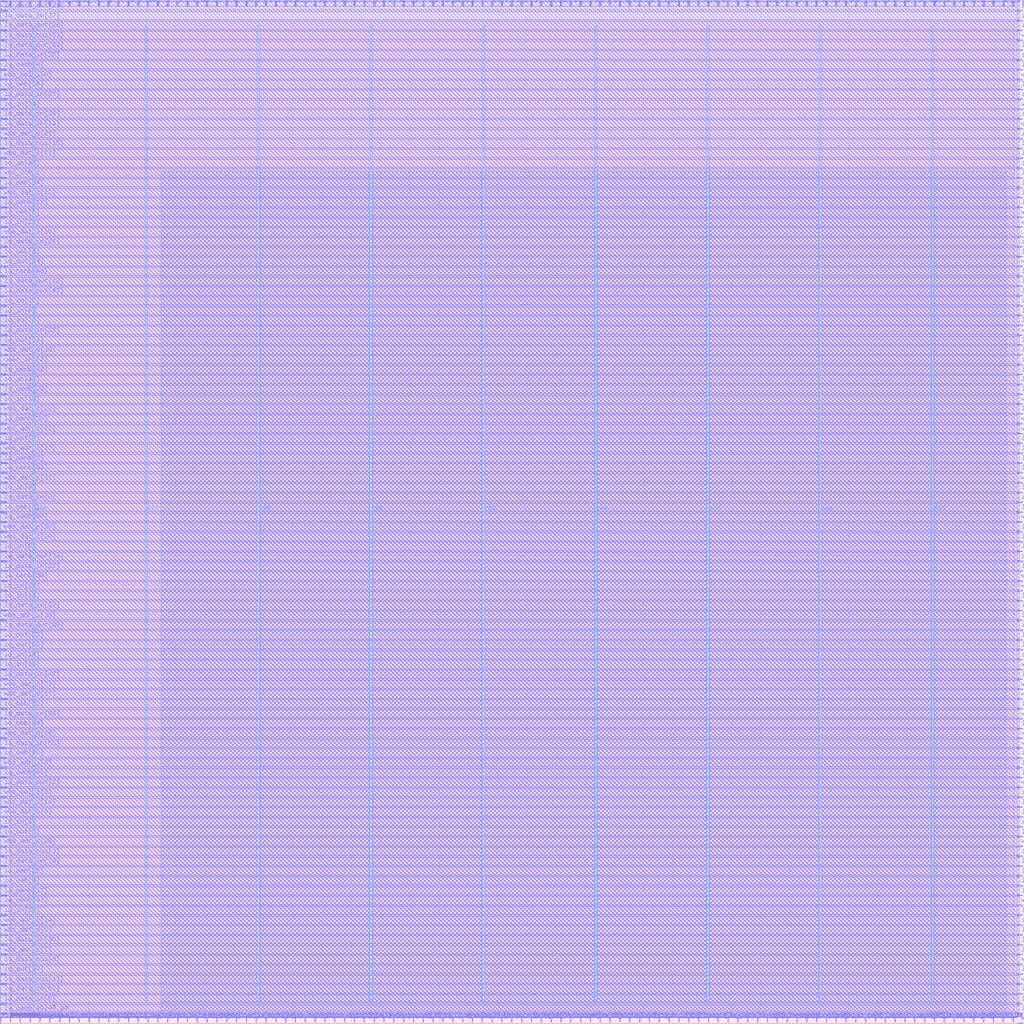
<source format=lef>
VERSION 5.7 ;
  NOWIREEXTENSIONATPIN ON ;
  DIVIDERCHAR "/" ;
  BUSBITCHARS "[]" ;
MACRO tiny_user_project
  CLASS BLOCK ;
  FOREIGN tiny_user_project ;
  ORIGIN 0.000 0.000 ;
  SIZE 700.000 BY 700.000 ;
  PIN io_in[0]
    DIRECTION INPUT ;
    USE SIGNAL ;
    PORT
      LAYER Metal3 ;
        RECT 1.000 483.840 4.000 484.400 ;
    END
  END io_in[0]
  PIN io_in[10]
    DIRECTION INPUT ;
    USE SIGNAL ;
    PORT
      LAYER Metal3 ;
        RECT 1.000 490.560 4.000 491.120 ;
    END
  END io_in[10]
  PIN io_in[11]
    DIRECTION INPUT ;
    USE SIGNAL ;
    PORT
      LAYER Metal3 ;
        RECT 1.000 241.920 4.000 242.480 ;
    END
  END io_in[11]
  PIN io_in[12]
    DIRECTION INPUT ;
    USE SIGNAL ;
    PORT
      LAYER Metal3 ;
        RECT 1.000 423.360 4.000 423.920 ;
    END
  END io_in[12]
  PIN io_in[13]
    DIRECTION INPUT ;
    USE SIGNAL ;
    PORT
      LAYER Metal3 ;
        RECT 1.000 288.960 4.000 289.520 ;
    END
  END io_in[13]
  PIN io_in[14]
    DIRECTION INPUT ;
    USE SIGNAL ;
    PORT
      LAYER Metal3 ;
        RECT 1.000 248.640 4.000 249.200 ;
    END
  END io_in[14]
  PIN io_in[15]
    DIRECTION INPUT ;
    USE SIGNAL ;
    PORT
      LAYER Metal2 ;
        RECT 369.600 696.000 370.160 699.000 ;
    END
  END io_in[15]
  PIN io_in[16]
    DIRECTION INPUT ;
    USE SIGNAL ;
    PORT
      LAYER Metal3 ;
        RECT 696.000 141.120 699.000 141.680 ;
    END
  END io_in[16]
  PIN io_in[17]
    DIRECTION INPUT ;
    USE SIGNAL ;
    PORT
      LAYER Metal3 ;
        RECT 696.000 658.560 699.000 659.120 ;
    END
  END io_in[17]
  PIN io_in[18]
    DIRECTION INPUT ;
    USE SIGNAL ;
    PORT
      LAYER Metal2 ;
        RECT 470.400 696.000 470.960 699.000 ;
    END
  END io_in[18]
  PIN io_in[19]
    DIRECTION INPUT ;
    USE SIGNAL ;
    PORT
      LAYER Metal2 ;
        RECT 685.440 1.000 686.000 4.000 ;
    END
  END io_in[19]
  PIN io_in[1]
    DIRECTION INPUT ;
    USE SIGNAL ;
    PORT
      LAYER Metal2 ;
        RECT 87.360 696.000 87.920 699.000 ;
    END
  END io_in[1]
  PIN io_in[20]
    DIRECTION INPUT ;
    USE SIGNAL ;
    PORT
      LAYER Metal2 ;
        RECT 557.760 696.000 558.320 699.000 ;
    END
  END io_in[20]
  PIN io_in[21]
    DIRECTION INPUT ;
    USE SIGNAL ;
    PORT
      LAYER Metal2 ;
        RECT 490.560 1.000 491.120 4.000 ;
    END
  END io_in[21]
  PIN io_in[22]
    DIRECTION INPUT ;
    USE SIGNAL ;
    PORT
      LAYER Metal2 ;
        RECT 698.880 696.000 699.440 699.000 ;
    END
  END io_in[22]
  PIN io_in[23]
    DIRECTION INPUT ;
    USE SIGNAL ;
    PORT
      LAYER Metal3 ;
        RECT 696.000 604.800 699.000 605.360 ;
    END
  END io_in[23]
  PIN io_in[24]
    DIRECTION INPUT ;
    USE SIGNAL ;
    PORT
      LAYER Metal2 ;
        RECT 577.920 1.000 578.480 4.000 ;
    END
  END io_in[24]
  PIN io_in[25]
    DIRECTION INPUT ;
    USE SIGNAL ;
    PORT
      LAYER Metal2 ;
        RECT 94.080 1.000 94.640 4.000 ;
    END
  END io_in[25]
  PIN io_in[26]
    DIRECTION INPUT ;
    USE SIGNAL ;
    PORT
      LAYER Metal3 ;
        RECT 1.000 584.640 4.000 585.200 ;
    END
  END io_in[26]
  PIN io_in[27]
    DIRECTION INPUT ;
    USE SIGNAL ;
    PORT
      LAYER Metal3 ;
        RECT 1.000 477.120 4.000 477.680 ;
    END
  END io_in[27]
  PIN io_in[28]
    DIRECTION INPUT ;
    USE SIGNAL ;
    PORT
      LAYER Metal3 ;
        RECT 1.000 544.320 4.000 544.880 ;
    END
  END io_in[28]
  PIN io_in[29]
    DIRECTION INPUT ;
    USE SIGNAL ;
    PORT
      LAYER Metal3 ;
        RECT 1.000 436.800 4.000 437.360 ;
    END
  END io_in[29]
  PIN io_in[2]
    DIRECTION INPUT ;
    USE SIGNAL ;
    PORT
      LAYER Metal3 ;
        RECT 696.000 692.160 699.000 692.720 ;
    END
  END io_in[2]
  PIN io_in[30]
    DIRECTION INPUT ;
    USE SIGNAL ;
    PORT
      LAYER Metal2 ;
        RECT 456.960 1.000 457.520 4.000 ;
    END
  END io_in[30]
  PIN io_in[31]
    DIRECTION INPUT ;
    USE SIGNAL ;
    PORT
      LAYER Metal3 ;
        RECT 1.000 295.680 4.000 296.240 ;
    END
  END io_in[31]
  PIN io_in[32]
    DIRECTION INPUT ;
    USE SIGNAL ;
    PORT
      LAYER Metal2 ;
        RECT 591.360 1.000 591.920 4.000 ;
    END
  END io_in[32]
  PIN io_in[33]
    DIRECTION INPUT ;
    USE SIGNAL ;
    PORT
      LAYER Metal3 ;
        RECT 1.000 73.920 4.000 74.480 ;
    END
  END io_in[33]
  PIN io_in[34]
    DIRECTION INPUT ;
    USE SIGNAL ;
    PORT
      LAYER Metal3 ;
        RECT 1.000 624.960 4.000 625.520 ;
    END
  END io_in[34]
  PIN io_in[35]
    DIRECTION INPUT ;
    USE SIGNAL ;
    PORT
      LAYER Metal2 ;
        RECT 624.960 696.000 625.520 699.000 ;
    END
  END io_in[35]
  PIN io_in[36]
    DIRECTION INPUT ;
    USE SIGNAL ;
    PORT
      LAYER Metal3 ;
        RECT 696.000 618.240 699.000 618.800 ;
    END
  END io_in[36]
  PIN io_in[37]
    DIRECTION INPUT ;
    USE SIGNAL ;
    PORT
      LAYER Metal3 ;
        RECT 696.000 530.880 699.000 531.440 ;
    END
  END io_in[37]
  PIN io_in[3]
    DIRECTION INPUT ;
    USE SIGNAL ;
    PORT
      LAYER Metal3 ;
        RECT 696.000 685.440 699.000 686.000 ;
    END
  END io_in[3]
  PIN io_in[4]
    DIRECTION INPUT ;
    USE SIGNAL ;
    PORT
      LAYER Metal3 ;
        RECT 696.000 315.840 699.000 316.400 ;
    END
  END io_in[4]
  PIN io_in[5]
    DIRECTION INPUT ;
    USE SIGNAL ;
    PORT
      LAYER Metal3 ;
        RECT 1.000 134.400 4.000 134.960 ;
    END
  END io_in[5]
  PIN io_in[6]
    DIRECTION INPUT ;
    USE SIGNAL ;
    PORT
      LAYER Metal3 ;
        RECT 696.000 134.400 699.000 134.960 ;
    END
  END io_in[6]
  PIN io_in[7]
    DIRECTION INPUT ;
    USE SIGNAL ;
    PORT
      LAYER Metal2 ;
        RECT 571.200 696.000 571.760 699.000 ;
    END
  END io_in[7]
  PIN io_in[8]
    DIRECTION INPUT ;
    USE SIGNAL ;
    PORT
      LAYER Metal3 ;
        RECT 1.000 322.560 4.000 323.120 ;
    END
  END io_in[8]
  PIN io_in[9]
    DIRECTION INPUT ;
    USE SIGNAL ;
    PORT
      LAYER Metal3 ;
        RECT 1.000 362.880 4.000 363.440 ;
    END
  END io_in[9]
  PIN io_oeb[0]
    DIRECTION OUTPUT TRISTATE ;
    USE SIGNAL ;
    PORT
      LAYER Metal3 ;
        RECT 696.000 490.560 699.000 491.120 ;
    END
  END io_oeb[0]
  PIN io_oeb[10]
    DIRECTION OUTPUT TRISTATE ;
    USE SIGNAL ;
    PORT
      LAYER Metal3 ;
        RECT 696.000 450.240 699.000 450.800 ;
    END
  END io_oeb[10]
  PIN io_oeb[11]
    DIRECTION OUTPUT TRISTATE ;
    USE SIGNAL ;
    PORT
      LAYER Metal2 ;
        RECT 26.880 696.000 27.440 699.000 ;
    END
  END io_oeb[11]
  PIN io_oeb[12]
    DIRECTION OUTPUT TRISTATE ;
    USE SIGNAL ;
    PORT
      LAYER Metal2 ;
        RECT 430.080 1.000 430.640 4.000 ;
    END
  END io_oeb[12]
  PIN io_oeb[13]
    DIRECTION OUTPUT TRISTATE ;
    USE SIGNAL ;
    PORT
      LAYER Metal3 ;
        RECT 1.000 181.440 4.000 182.000 ;
    END
  END io_oeb[13]
  PIN io_oeb[14]
    DIRECTION OUTPUT TRISTATE ;
    USE SIGNAL ;
    PORT
      LAYER Metal2 ;
        RECT 638.400 1.000 638.960 4.000 ;
    END
  END io_oeb[14]
  PIN io_oeb[15]
    DIRECTION OUTPUT TRISTATE ;
    USE SIGNAL ;
    PORT
      LAYER Metal2 ;
        RECT 443.520 696.000 444.080 699.000 ;
    END
  END io_oeb[15]
  PIN io_oeb[16]
    DIRECTION OUTPUT TRISTATE ;
    USE SIGNAL ;
    PORT
      LAYER Metal2 ;
        RECT 201.600 1.000 202.160 4.000 ;
    END
  END io_oeb[16]
  PIN io_oeb[17]
    DIRECTION OUTPUT TRISTATE ;
    USE SIGNAL ;
    PORT
      LAYER Metal2 ;
        RECT 67.200 1.000 67.760 4.000 ;
    END
  END io_oeb[17]
  PIN io_oeb[18]
    DIRECTION OUTPUT TRISTATE ;
    USE SIGNAL ;
    PORT
      LAYER Metal2 ;
        RECT 33.600 696.000 34.160 699.000 ;
    END
  END io_oeb[18]
  PIN io_oeb[19]
    DIRECTION OUTPUT TRISTATE ;
    USE SIGNAL ;
    PORT
      LAYER Metal2 ;
        RECT 248.640 696.000 249.200 699.000 ;
    END
  END io_oeb[19]
  PIN io_oeb[1]
    DIRECTION OUTPUT TRISTATE ;
    USE SIGNAL ;
    PORT
      LAYER Metal2 ;
        RECT 188.160 696.000 188.720 699.000 ;
    END
  END io_oeb[1]
  PIN io_oeb[20]
    DIRECTION OUTPUT TRISTATE ;
    USE SIGNAL ;
    PORT
      LAYER Metal2 ;
        RECT 403.200 696.000 403.760 699.000 ;
    END
  END io_oeb[20]
  PIN io_oeb[21]
    DIRECTION OUTPUT TRISTATE ;
    USE SIGNAL ;
    PORT
      LAYER Metal2 ;
        RECT 598.080 1.000 598.640 4.000 ;
    END
  END io_oeb[21]
  PIN io_oeb[22]
    DIRECTION OUTPUT TRISTATE ;
    USE SIGNAL ;
    PORT
      LAYER Metal3 ;
        RECT 696.000 181.440 699.000 182.000 ;
    END
  END io_oeb[22]
  PIN io_oeb[23]
    DIRECTION OUTPUT TRISTATE ;
    USE SIGNAL ;
    PORT
      LAYER Metal2 ;
        RECT 678.720 696.000 679.280 699.000 ;
    END
  END io_oeb[23]
  PIN io_oeb[24]
    DIRECTION OUTPUT TRISTATE ;
    USE SIGNAL ;
    PORT
      LAYER Metal3 ;
        RECT 1.000 201.600 4.000 202.160 ;
    END
  END io_oeb[24]
  PIN io_oeb[25]
    DIRECTION OUTPUT TRISTATE ;
    USE SIGNAL ;
    PORT
      LAYER Metal3 ;
        RECT 1.000 100.800 4.000 101.360 ;
    END
  END io_oeb[25]
  PIN io_oeb[26]
    DIRECTION OUTPUT TRISTATE ;
    USE SIGNAL ;
    PORT
      LAYER Metal3 ;
        RECT 1.000 638.400 4.000 638.960 ;
    END
  END io_oeb[26]
  PIN io_oeb[27]
    DIRECTION OUTPUT TRISTATE ;
    USE SIGNAL ;
    PORT
      LAYER Metal2 ;
        RECT 584.640 1.000 585.200 4.000 ;
    END
  END io_oeb[27]
  PIN io_oeb[28]
    DIRECTION OUTPUT TRISTATE ;
    USE SIGNAL ;
    PORT
      LAYER Metal2 ;
        RECT 13.440 696.000 14.000 699.000 ;
    END
  END io_oeb[28]
  PIN io_oeb[29]
    DIRECTION OUTPUT TRISTATE ;
    USE SIGNAL ;
    PORT
      LAYER Metal3 ;
        RECT 696.000 356.160 699.000 356.720 ;
    END
  END io_oeb[29]
  PIN io_oeb[2]
    DIRECTION OUTPUT TRISTATE ;
    USE SIGNAL ;
    PORT
      LAYER Metal3 ;
        RECT 696.000 268.800 699.000 269.360 ;
    END
  END io_oeb[2]
  PIN io_oeb[30]
    DIRECTION OUTPUT TRISTATE ;
    USE SIGNAL ;
    PORT
      LAYER Metal2 ;
        RECT 658.560 1.000 659.120 4.000 ;
    END
  END io_oeb[30]
  PIN io_oeb[31]
    DIRECTION OUTPUT TRISTATE ;
    USE SIGNAL ;
    PORT
      LAYER Metal3 ;
        RECT 1.000 215.040 4.000 215.600 ;
    END
  END io_oeb[31]
  PIN io_oeb[32]
    DIRECTION OUTPUT TRISTATE ;
    USE SIGNAL ;
    PORT
      LAYER Metal2 ;
        RECT 611.520 696.000 612.080 699.000 ;
    END
  END io_oeb[32]
  PIN io_oeb[33]
    DIRECTION OUTPUT TRISTATE ;
    USE SIGNAL ;
    PORT
      LAYER Metal3 ;
        RECT 696.000 114.240 699.000 114.800 ;
    END
  END io_oeb[33]
  PIN io_oeb[34]
    DIRECTION OUTPUT TRISTATE ;
    USE SIGNAL ;
    PORT
      LAYER Metal3 ;
        RECT 1.000 571.200 4.000 571.760 ;
    END
  END io_oeb[34]
  PIN io_oeb[35]
    DIRECTION OUTPUT TRISTATE ;
    USE SIGNAL ;
    PORT
      LAYER Metal3 ;
        RECT 696.000 631.680 699.000 632.240 ;
    END
  END io_oeb[35]
  PIN io_oeb[36]
    DIRECTION OUTPUT TRISTATE ;
    USE SIGNAL ;
    PORT
      LAYER Metal2 ;
        RECT 389.760 696.000 390.320 699.000 ;
    END
  END io_oeb[36]
  PIN io_oeb[37]
    DIRECTION OUTPUT TRISTATE ;
    USE SIGNAL ;
    PORT
      LAYER Metal3 ;
        RECT 696.000 282.240 699.000 282.800 ;
    END
  END io_oeb[37]
  PIN io_oeb[3]
    DIRECTION OUTPUT TRISTATE ;
    USE SIGNAL ;
    PORT
      LAYER Metal3 ;
        RECT 1.000 524.160 4.000 524.720 ;
    END
  END io_oeb[3]
  PIN io_oeb[4]
    DIRECTION OUTPUT TRISTATE ;
    USE SIGNAL ;
    PORT
      LAYER Metal3 ;
        RECT 1.000 94.080 4.000 94.640 ;
    END
  END io_oeb[4]
  PIN io_oeb[5]
    DIRECTION OUTPUT TRISTATE ;
    USE SIGNAL ;
    PORT
      LAYER Metal2 ;
        RECT 510.720 696.000 511.280 699.000 ;
    END
  END io_oeb[5]
  PIN io_oeb[6]
    DIRECTION OUTPUT TRISTATE ;
    USE SIGNAL ;
    PORT
      LAYER Metal3 ;
        RECT 1.000 551.040 4.000 551.600 ;
    END
  END io_oeb[6]
  PIN io_oeb[7]
    DIRECTION OUTPUT TRISTATE ;
    USE SIGNAL ;
    PORT
      LAYER Metal2 ;
        RECT 336.000 696.000 336.560 699.000 ;
    END
  END io_oeb[7]
  PIN io_oeb[8]
    DIRECTION OUTPUT TRISTATE ;
    USE SIGNAL ;
    PORT
      LAYER Metal3 ;
        RECT 1.000 349.440 4.000 350.000 ;
    END
  END io_oeb[8]
  PIN io_oeb[9]
    DIRECTION OUTPUT TRISTATE ;
    USE SIGNAL ;
    PORT
      LAYER Metal3 ;
        RECT 696.000 678.720 699.000 679.280 ;
    END
  END io_oeb[9]
  PIN io_out[0]
    DIRECTION OUTPUT TRISTATE ;
    USE SIGNAL ;
    PORT
      LAYER Metal2 ;
        RECT 114.240 696.000 114.800 699.000 ;
    END
  END io_out[0]
  PIN io_out[10]
    DIRECTION OUTPUT TRISTATE ;
    USE SIGNAL ;
    PORT
      LAYER Metal2 ;
        RECT 215.040 696.000 215.600 699.000 ;
    END
  END io_out[10]
  PIN io_out[11]
    DIRECTION OUTPUT TRISTATE ;
    USE SIGNAL ;
    PORT
      LAYER Metal2 ;
        RECT 450.240 1.000 450.800 4.000 ;
    END
  END io_out[11]
  PIN io_out[12]
    DIRECTION OUTPUT TRISTATE ;
    USE SIGNAL ;
    PORT
      LAYER Metal2 ;
        RECT 685.440 696.000 686.000 699.000 ;
    END
  END io_out[12]
  PIN io_out[13]
    DIRECTION OUTPUT TRISTATE ;
    USE SIGNAL ;
    PORT
      LAYER Metal3 ;
        RECT 1.000 698.880 4.000 699.440 ;
    END
  END io_out[13]
  PIN io_out[14]
    DIRECTION OUTPUT TRISTATE ;
    USE SIGNAL ;
    PORT
      LAYER Metal3 ;
        RECT 1.000 517.440 4.000 518.000 ;
    END
  END io_out[14]
  PIN io_out[15]
    DIRECTION OUTPUT TRISTATE ;
    USE SIGNAL ;
    PORT
      LAYER Metal2 ;
        RECT 282.240 1.000 282.800 4.000 ;
    END
  END io_out[15]
  PIN io_out[16]
    DIRECTION OUTPUT TRISTATE ;
    USE SIGNAL ;
    PORT
      LAYER Metal3 ;
        RECT 696.000 584.640 699.000 585.200 ;
    END
  END io_out[16]
  PIN io_out[17]
    DIRECTION OUTPUT TRISTATE ;
    USE SIGNAL ;
    PORT
      LAYER Metal2 ;
        RECT 80.640 1.000 81.200 4.000 ;
    END
  END io_out[17]
  PIN io_out[18]
    DIRECTION OUTPUT TRISTATE ;
    USE SIGNAL ;
    PORT
      LAYER Metal2 ;
        RECT 651.840 1.000 652.400 4.000 ;
    END
  END io_out[18]
  PIN io_out[19]
    DIRECTION OUTPUT TRISTATE ;
    USE SIGNAL ;
    PORT
      LAYER Metal2 ;
        RECT 154.560 696.000 155.120 699.000 ;
    END
  END io_out[19]
  PIN io_out[1]
    DIRECTION OUTPUT TRISTATE ;
    USE SIGNAL ;
    PORT
      LAYER Metal2 ;
        RECT 47.040 1.000 47.600 4.000 ;
    END
  END io_out[1]
  PIN io_out[20]
    DIRECTION OUTPUT TRISTATE ;
    USE SIGNAL ;
    PORT
      LAYER Metal3 ;
        RECT 696.000 67.200 699.000 67.760 ;
    END
  END io_out[20]
  PIN io_out[21]
    DIRECTION OUTPUT TRISTATE ;
    USE SIGNAL ;
    PORT
      LAYER Metal3 ;
        RECT 1.000 463.680 4.000 464.240 ;
    END
  END io_out[21]
  PIN io_out[22]
    DIRECTION OUTPUT TRISTATE ;
    USE SIGNAL ;
    PORT
      LAYER Metal3 ;
        RECT 696.000 154.560 699.000 155.120 ;
    END
  END io_out[22]
  PIN io_out[23]
    DIRECTION OUTPUT TRISTATE ;
    USE SIGNAL ;
    PORT
      LAYER Metal3 ;
        RECT 1.000 262.080 4.000 262.640 ;
    END
  END io_out[23]
  PIN io_out[24]
    DIRECTION OUTPUT TRISTATE ;
    USE SIGNAL ;
    PORT
      LAYER Metal2 ;
        RECT 611.520 1.000 612.080 4.000 ;
    END
  END io_out[24]
  PIN io_out[25]
    DIRECTION OUTPUT TRISTATE ;
    USE SIGNAL ;
    PORT
      LAYER Metal3 ;
        RECT 696.000 20.160 699.000 20.720 ;
    END
  END io_out[25]
  PIN io_out[26]
    DIRECTION OUTPUT TRISTATE ;
    USE SIGNAL ;
    PORT
      LAYER Metal2 ;
        RECT 295.680 1.000 296.240 4.000 ;
    END
  END io_out[26]
  PIN io_out[27]
    DIRECTION OUTPUT TRISTATE ;
    USE SIGNAL ;
    PORT
      LAYER Metal2 ;
        RECT 235.200 1.000 235.760 4.000 ;
    END
  END io_out[27]
  PIN io_out[28]
    DIRECTION OUTPUT TRISTATE ;
    USE SIGNAL ;
    PORT
      LAYER Metal2 ;
        RECT 490.560 696.000 491.120 699.000 ;
    END
  END io_out[28]
  PIN io_out[29]
    DIRECTION OUTPUT TRISTATE ;
    USE SIGNAL ;
    PORT
      LAYER Metal2 ;
        RECT 477.120 1.000 477.680 4.000 ;
    END
  END io_out[29]
  PIN io_out[2]
    DIRECTION OUTPUT TRISTATE ;
    USE SIGNAL ;
    PORT
      LAYER Metal3 ;
        RECT 696.000 248.640 699.000 249.200 ;
    END
  END io_out[2]
  PIN io_out[30]
    DIRECTION OUTPUT TRISTATE ;
    USE SIGNAL ;
    PORT
      LAYER Metal2 ;
        RECT 638.400 696.000 638.960 699.000 ;
    END
  END io_out[30]
  PIN io_out[31]
    DIRECTION OUTPUT TRISTATE ;
    USE SIGNAL ;
    PORT
      LAYER Metal2 ;
        RECT 248.640 1.000 249.200 4.000 ;
    END
  END io_out[31]
  PIN io_out[32]
    DIRECTION OUTPUT TRISTATE ;
    USE SIGNAL ;
    PORT
      LAYER Metal2 ;
        RECT 436.800 696.000 437.360 699.000 ;
    END
  END io_out[32]
  PIN io_out[33]
    DIRECTION OUTPUT TRISTATE ;
    USE SIGNAL ;
    PORT
      LAYER Metal3 ;
        RECT 1.000 255.360 4.000 255.920 ;
    END
  END io_out[33]
  PIN io_out[34]
    DIRECTION OUTPUT TRISTATE ;
    USE SIGNAL ;
    PORT
      LAYER Metal2 ;
        RECT 463.680 1.000 464.240 4.000 ;
    END
  END io_out[34]
  PIN io_out[35]
    DIRECTION OUTPUT TRISTATE ;
    USE SIGNAL ;
    PORT
      LAYER Metal2 ;
        RECT 416.640 1.000 417.200 4.000 ;
    END
  END io_out[35]
  PIN io_out[36]
    DIRECTION OUTPUT TRISTATE ;
    USE SIGNAL ;
    PORT
      LAYER Metal2 ;
        RECT 168.000 1.000 168.560 4.000 ;
    END
  END io_out[36]
  PIN io_out[37]
    DIRECTION OUTPUT TRISTATE ;
    USE SIGNAL ;
    PORT
      LAYER Metal3 ;
        RECT 1.000 33.600 4.000 34.160 ;
    END
  END io_out[37]
  PIN io_out[3]
    DIRECTION OUTPUT TRISTATE ;
    USE SIGNAL ;
    PORT
      LAYER Metal2 ;
        RECT 322.560 696.000 323.120 699.000 ;
    END
  END io_out[3]
  PIN io_out[4]
    DIRECTION OUTPUT TRISTATE ;
    USE SIGNAL ;
    PORT
      LAYER Metal2 ;
        RECT 322.560 1.000 323.120 4.000 ;
    END
  END io_out[4]
  PIN io_out[5]
    DIRECTION OUTPUT TRISTATE ;
    USE SIGNAL ;
    PORT
      LAYER Metal2 ;
        RECT 295.680 696.000 296.240 699.000 ;
    END
  END io_out[5]
  PIN io_out[6]
    DIRECTION OUTPUT TRISTATE ;
    USE SIGNAL ;
    PORT
      LAYER Metal3 ;
        RECT 1.000 127.680 4.000 128.240 ;
    END
  END io_out[6]
  PIN io_out[7]
    DIRECTION OUTPUT TRISTATE ;
    USE SIGNAL ;
    PORT
      LAYER Metal3 ;
        RECT 1.000 396.480 4.000 397.040 ;
    END
  END io_out[7]
  PIN io_out[8]
    DIRECTION OUTPUT TRISTATE ;
    USE SIGNAL ;
    PORT
      LAYER Metal2 ;
        RECT 510.720 1.000 511.280 4.000 ;
    END
  END io_out[8]
  PIN io_out[9]
    DIRECTION OUTPUT TRISTATE ;
    USE SIGNAL ;
    PORT
      LAYER Metal2 ;
        RECT 181.440 1.000 182.000 4.000 ;
    END
  END io_out[9]
  PIN la_data_in[0]
    DIRECTION INPUT ;
    USE SIGNAL ;
    PORT
      LAYER Metal3 ;
        RECT 1.000 356.160 4.000 356.720 ;
    END
  END la_data_in[0]
  PIN la_data_in[10]
    DIRECTION INPUT ;
    USE SIGNAL ;
    PORT
      LAYER Metal3 ;
        RECT 696.000 651.840 699.000 652.400 ;
    END
  END la_data_in[10]
  PIN la_data_in[11]
    DIRECTION INPUT ;
    USE SIGNAL ;
    PORT
      LAYER Metal3 ;
        RECT 696.000 309.120 699.000 309.680 ;
    END
  END la_data_in[11]
  PIN la_data_in[12]
    DIRECTION INPUT ;
    USE SIGNAL ;
    PORT
      LAYER Metal2 ;
        RECT 215.040 1.000 215.600 4.000 ;
    END
  END la_data_in[12]
  PIN la_data_in[13]
    DIRECTION INPUT ;
    USE SIGNAL ;
    PORT
      LAYER Metal2 ;
        RECT 282.240 696.000 282.800 699.000 ;
    END
  END la_data_in[13]
  PIN la_data_in[14]
    DIRECTION INPUT ;
    USE SIGNAL ;
    PORT
      LAYER Metal3 ;
        RECT 1.000 611.520 4.000 612.080 ;
    END
  END la_data_in[14]
  PIN la_data_in[15]
    DIRECTION INPUT ;
    USE SIGNAL ;
    PORT
      LAYER Metal3 ;
        RECT 696.000 504.000 699.000 504.560 ;
    END
  END la_data_in[15]
  PIN la_data_in[16]
    DIRECTION INPUT ;
    USE SIGNAL ;
    PORT
      LAYER Metal2 ;
        RECT 67.200 696.000 67.760 699.000 ;
    END
  END la_data_in[16]
  PIN la_data_in[17]
    DIRECTION INPUT ;
    USE SIGNAL ;
    PORT
      LAYER Metal3 ;
        RECT 696.000 107.520 699.000 108.080 ;
    END
  END la_data_in[17]
  PIN la_data_in[18]
    DIRECTION INPUT ;
    USE SIGNAL ;
    PORT
      LAYER Metal2 ;
        RECT 349.440 696.000 350.000 699.000 ;
    END
  END la_data_in[18]
  PIN la_data_in[19]
    DIRECTION INPUT ;
    USE SIGNAL ;
    PORT
      LAYER Metal3 ;
        RECT 1.000 107.520 4.000 108.080 ;
    END
  END la_data_in[19]
  PIN la_data_in[1]
    DIRECTION INPUT ;
    USE SIGNAL ;
    PORT
      LAYER Metal2 ;
        RECT 161.280 696.000 161.840 699.000 ;
    END
  END la_data_in[1]
  PIN la_data_in[20]
    DIRECTION INPUT ;
    USE SIGNAL ;
    PORT
      LAYER Metal3 ;
        RECT 696.000 147.840 699.000 148.400 ;
    END
  END la_data_in[20]
  PIN la_data_in[21]
    DIRECTION INPUT ;
    USE SIGNAL ;
    PORT
      LAYER Metal3 ;
        RECT 1.000 530.880 4.000 531.440 ;
    END
  END la_data_in[21]
  PIN la_data_in[22]
    DIRECTION INPUT ;
    USE SIGNAL ;
    PORT
      LAYER Metal3 ;
        RECT 1.000 309.120 4.000 309.680 ;
    END
  END la_data_in[22]
  PIN la_data_in[23]
    DIRECTION INPUT ;
    USE SIGNAL ;
    PORT
      LAYER Metal3 ;
        RECT 696.000 524.160 699.000 524.720 ;
    END
  END la_data_in[23]
  PIN la_data_in[24]
    DIRECTION INPUT ;
    USE SIGNAL ;
    PORT
      LAYER Metal2 ;
        RECT 356.160 696.000 356.720 699.000 ;
    END
  END la_data_in[24]
  PIN la_data_in[25]
    DIRECTION INPUT ;
    USE SIGNAL ;
    PORT
      LAYER Metal2 ;
        RECT 147.840 696.000 148.400 699.000 ;
    END
  END la_data_in[25]
  PIN la_data_in[26]
    DIRECTION INPUT ;
    USE SIGNAL ;
    PORT
      LAYER Metal2 ;
        RECT 430.080 696.000 430.640 699.000 ;
    END
  END la_data_in[26]
  PIN la_data_in[27]
    DIRECTION INPUT ;
    USE SIGNAL ;
    PORT
      LAYER Metal3 ;
        RECT 1.000 631.680 4.000 632.240 ;
    END
  END la_data_in[27]
  PIN la_data_in[28]
    DIRECTION INPUT ;
    USE SIGNAL ;
    PORT
      LAYER Metal3 ;
        RECT 1.000 658.560 4.000 659.120 ;
    END
  END la_data_in[28]
  PIN la_data_in[29]
    DIRECTION INPUT ;
    USE SIGNAL ;
    PORT
      LAYER Metal3 ;
        RECT 696.000 174.720 699.000 175.280 ;
    END
  END la_data_in[29]
  PIN la_data_in[2]
    DIRECTION INPUT ;
    USE SIGNAL ;
    PORT
      LAYER Metal2 ;
        RECT 309.120 696.000 309.680 699.000 ;
    END
  END la_data_in[2]
  PIN la_data_in[30]
    DIRECTION INPUT ;
    USE SIGNAL ;
    PORT
      LAYER Metal3 ;
        RECT 1.000 53.760 4.000 54.320 ;
    END
  END la_data_in[30]
  PIN la_data_in[31]
    DIRECTION INPUT ;
    USE SIGNAL ;
    PORT
      LAYER Metal2 ;
        RECT 591.360 696.000 591.920 699.000 ;
    END
  END la_data_in[31]
  PIN la_data_in[32]
    DIRECTION INPUT ;
    USE SIGNAL ;
    PORT
      LAYER Metal3 ;
        RECT 1.000 282.240 4.000 282.800 ;
    END
  END la_data_in[32]
  PIN la_data_in[33]
    DIRECTION INPUT ;
    USE SIGNAL ;
    PORT
      LAYER Metal3 ;
        RECT 1.000 470.400 4.000 470.960 ;
    END
  END la_data_in[33]
  PIN la_data_in[34]
    DIRECTION INPUT ;
    USE SIGNAL ;
    PORT
      LAYER Metal2 ;
        RECT 53.760 696.000 54.320 699.000 ;
    END
  END la_data_in[34]
  PIN la_data_in[35]
    DIRECTION INPUT ;
    USE SIGNAL ;
    PORT
      LAYER Metal3 ;
        RECT 1.000 618.240 4.000 618.800 ;
    END
  END la_data_in[35]
  PIN la_data_in[36]
    DIRECTION INPUT ;
    USE SIGNAL ;
    PORT
      LAYER Metal2 ;
        RECT 497.280 1.000 497.840 4.000 ;
    END
  END la_data_in[36]
  PIN la_data_in[37]
    DIRECTION INPUT ;
    USE SIGNAL ;
    PORT
      LAYER Metal3 ;
        RECT 1.000 685.440 4.000 686.000 ;
    END
  END la_data_in[37]
  PIN la_data_in[38]
    DIRECTION INPUT ;
    USE SIGNAL ;
    PORT
      LAYER Metal2 ;
        RECT 315.840 1.000 316.400 4.000 ;
    END
  END la_data_in[38]
  PIN la_data_in[39]
    DIRECTION INPUT ;
    USE SIGNAL ;
    PORT
      LAYER Metal2 ;
        RECT 383.040 696.000 383.600 699.000 ;
    END
  END la_data_in[39]
  PIN la_data_in[3]
    DIRECTION INPUT ;
    USE SIGNAL ;
    PORT
      LAYER Metal3 ;
        RECT 696.000 383.040 699.000 383.600 ;
    END
  END la_data_in[3]
  PIN la_data_in[40]
    DIRECTION INPUT ;
    USE SIGNAL ;
    PORT
      LAYER Metal2 ;
        RECT 241.920 1.000 242.480 4.000 ;
    END
  END la_data_in[40]
  PIN la_data_in[41]
    DIRECTION INPUT ;
    USE SIGNAL ;
    PORT
      LAYER Metal2 ;
        RECT 336.000 1.000 336.560 4.000 ;
    END
  END la_data_in[41]
  PIN la_data_in[42]
    DIRECTION INPUT ;
    USE SIGNAL ;
    PORT
      LAYER Metal3 ;
        RECT 1.000 235.200 4.000 235.760 ;
    END
  END la_data_in[42]
  PIN la_data_in[43]
    DIRECTION INPUT ;
    USE SIGNAL ;
    PORT
      LAYER Metal2 ;
        RECT 658.560 696.000 659.120 699.000 ;
    END
  END la_data_in[43]
  PIN la_data_in[44]
    DIRECTION INPUT ;
    USE SIGNAL ;
    PORT
      LAYER Metal3 ;
        RECT 696.000 6.720 699.000 7.280 ;
    END
  END la_data_in[44]
  PIN la_data_in[45]
    DIRECTION INPUT ;
    USE SIGNAL ;
    PORT
      LAYER Metal2 ;
        RECT 228.480 1.000 229.040 4.000 ;
    END
  END la_data_in[45]
  PIN la_data_in[46]
    DIRECTION INPUT ;
    USE SIGNAL ;
    PORT
      LAYER Metal3 ;
        RECT 696.000 510.720 699.000 511.280 ;
    END
  END la_data_in[46]
  PIN la_data_in[47]
    DIRECTION INPUT ;
    USE SIGNAL ;
    PORT
      LAYER Metal2 ;
        RECT 436.800 1.000 437.360 4.000 ;
    END
  END la_data_in[47]
  PIN la_data_in[48]
    DIRECTION INPUT ;
    USE SIGNAL ;
    PORT
      LAYER Metal2 ;
        RECT 329.280 696.000 329.840 699.000 ;
    END
  END la_data_in[48]
  PIN la_data_in[49]
    DIRECTION INPUT ;
    USE SIGNAL ;
    PORT
      LAYER Metal2 ;
        RECT 268.800 696.000 269.360 699.000 ;
    END
  END la_data_in[49]
  PIN la_data_in[4]
    DIRECTION INPUT ;
    USE SIGNAL ;
    PORT
      LAYER Metal2 ;
        RECT 60.480 696.000 61.040 699.000 ;
    END
  END la_data_in[4]
  PIN la_data_in[50]
    DIRECTION INPUT ;
    USE SIGNAL ;
    PORT
      LAYER Metal2 ;
        RECT 275.520 696.000 276.080 699.000 ;
    END
  END la_data_in[50]
  PIN la_data_in[51]
    DIRECTION INPUT ;
    USE SIGNAL ;
    PORT
      LAYER Metal2 ;
        RECT 329.280 1.000 329.840 4.000 ;
    END
  END la_data_in[51]
  PIN la_data_in[52]
    DIRECTION INPUT ;
    USE SIGNAL ;
    PORT
      LAYER Metal3 ;
        RECT 696.000 235.200 699.000 235.760 ;
    END
  END la_data_in[52]
  PIN la_data_in[53]
    DIRECTION INPUT ;
    USE SIGNAL ;
    PORT
      LAYER Metal2 ;
        RECT 544.320 696.000 544.880 699.000 ;
    END
  END la_data_in[53]
  PIN la_data_in[54]
    DIRECTION INPUT ;
    USE SIGNAL ;
    PORT
      LAYER Metal2 ;
        RECT 497.280 696.000 497.840 699.000 ;
    END
  END la_data_in[54]
  PIN la_data_in[55]
    DIRECTION INPUT ;
    USE SIGNAL ;
    PORT
      LAYER Metal3 ;
        RECT 1.000 188.160 4.000 188.720 ;
    END
  END la_data_in[55]
  PIN la_data_in[56]
    DIRECTION INPUT ;
    USE SIGNAL ;
    PORT
      LAYER Metal3 ;
        RECT 1.000 208.320 4.000 208.880 ;
    END
  END la_data_in[56]
  PIN la_data_in[57]
    DIRECTION INPUT ;
    USE SIGNAL ;
    PORT
      LAYER Metal2 ;
        RECT 20.160 696.000 20.720 699.000 ;
    END
  END la_data_in[57]
  PIN la_data_in[58]
    DIRECTION INPUT ;
    USE SIGNAL ;
    PORT
      LAYER Metal2 ;
        RECT 255.360 1.000 255.920 4.000 ;
    END
  END la_data_in[58]
  PIN la_data_in[59]
    DIRECTION INPUT ;
    USE SIGNAL ;
    PORT
      LAYER Metal3 ;
        RECT 696.000 638.400 699.000 638.960 ;
    END
  END la_data_in[59]
  PIN la_data_in[5]
    DIRECTION INPUT ;
    USE SIGNAL ;
    PORT
      LAYER Metal2 ;
        RECT 120.960 1.000 121.520 4.000 ;
    END
  END la_data_in[5]
  PIN la_data_in[60]
    DIRECTION INPUT ;
    USE SIGNAL ;
    PORT
      LAYER Metal3 ;
        RECT 696.000 463.680 699.000 464.240 ;
    END
  END la_data_in[60]
  PIN la_data_in[61]
    DIRECTION INPUT ;
    USE SIGNAL ;
    PORT
      LAYER Metal3 ;
        RECT 1.000 20.160 4.000 20.720 ;
    END
  END la_data_in[61]
  PIN la_data_in[62]
    DIRECTION INPUT ;
    USE SIGNAL ;
    PORT
      LAYER Metal2 ;
        RECT 409.920 1.000 410.480 4.000 ;
    END
  END la_data_in[62]
  PIN la_data_in[63]
    DIRECTION INPUT ;
    USE SIGNAL ;
    PORT
      LAYER Metal2 ;
        RECT 181.440 696.000 182.000 699.000 ;
    END
  END la_data_in[63]
  PIN la_data_in[6]
    DIRECTION INPUT ;
    USE SIGNAL ;
    PORT
      LAYER Metal2 ;
        RECT 141.120 1.000 141.680 4.000 ;
    END
  END la_data_in[6]
  PIN la_data_in[7]
    DIRECTION INPUT ;
    USE SIGNAL ;
    PORT
      LAYER Metal3 ;
        RECT 696.000 255.360 699.000 255.920 ;
    END
  END la_data_in[7]
  PIN la_data_in[8]
    DIRECTION INPUT ;
    USE SIGNAL ;
    PORT
      LAYER Metal3 ;
        RECT 1.000 13.440 4.000 14.000 ;
    END
  END la_data_in[8]
  PIN la_data_in[9]
    DIRECTION INPUT ;
    USE SIGNAL ;
    PORT
      LAYER Metal2 ;
        RECT 631.680 696.000 632.240 699.000 ;
    END
  END la_data_in[9]
  PIN la_data_out[0]
    DIRECTION OUTPUT TRISTATE ;
    USE SIGNAL ;
    PORT
      LAYER Metal2 ;
        RECT 604.800 696.000 605.360 699.000 ;
    END
  END la_data_out[0]
  PIN la_data_out[10]
    DIRECTION OUTPUT TRISTATE ;
    USE SIGNAL ;
    PORT
      LAYER Metal3 ;
        RECT 696.000 376.320 699.000 376.880 ;
    END
  END la_data_out[10]
  PIN la_data_out[11]
    DIRECTION OUTPUT TRISTATE ;
    USE SIGNAL ;
    PORT
      LAYER Metal3 ;
        RECT 1.000 26.880 4.000 27.440 ;
    END
  END la_data_out[11]
  PIN la_data_out[12]
    DIRECTION OUTPUT TRISTATE ;
    USE SIGNAL ;
    PORT
      LAYER Metal3 ;
        RECT 1.000 504.000 4.000 504.560 ;
    END
  END la_data_out[12]
  PIN la_data_out[13]
    DIRECTION OUTPUT TRISTATE ;
    USE SIGNAL ;
    PORT
      LAYER Metal2 ;
        RECT 262.080 1.000 262.640 4.000 ;
    END
  END la_data_out[13]
  PIN la_data_out[14]
    DIRECTION OUTPUT TRISTATE ;
    USE SIGNAL ;
    PORT
      LAYER Metal3 ;
        RECT 696.000 288.960 699.000 289.520 ;
    END
  END la_data_out[14]
  PIN la_data_out[15]
    DIRECTION OUTPUT TRISTATE ;
    USE SIGNAL ;
    PORT
      LAYER Metal3 ;
        RECT 1.000 598.080 4.000 598.640 ;
    END
  END la_data_out[15]
  PIN la_data_out[16]
    DIRECTION OUTPUT TRISTATE ;
    USE SIGNAL ;
    PORT
      LAYER Metal3 ;
        RECT 696.000 389.760 699.000 390.320 ;
    END
  END la_data_out[16]
  PIN la_data_out[17]
    DIRECTION OUTPUT TRISTATE ;
    USE SIGNAL ;
    PORT
      LAYER Metal2 ;
        RECT 342.720 696.000 343.280 699.000 ;
    END
  END la_data_out[17]
  PIN la_data_out[18]
    DIRECTION OUTPUT TRISTATE ;
    USE SIGNAL ;
    PORT
      LAYER Metal3 ;
        RECT 696.000 577.920 699.000 578.480 ;
    END
  END la_data_out[18]
  PIN la_data_out[19]
    DIRECTION OUTPUT TRISTATE ;
    USE SIGNAL ;
    PORT
      LAYER Metal2 ;
        RECT 369.600 1.000 370.160 4.000 ;
    END
  END la_data_out[19]
  PIN la_data_out[1]
    DIRECTION OUTPUT TRISTATE ;
    USE SIGNAL ;
    PORT
      LAYER Metal3 ;
        RECT 696.000 329.280 699.000 329.840 ;
    END
  END la_data_out[1]
  PIN la_data_out[20]
    DIRECTION OUTPUT TRISTATE ;
    USE SIGNAL ;
    PORT
      LAYER Metal3 ;
        RECT 696.000 100.800 699.000 101.360 ;
    END
  END la_data_out[20]
  PIN la_data_out[21]
    DIRECTION OUTPUT TRISTATE ;
    USE SIGNAL ;
    PORT
      LAYER Metal3 ;
        RECT 1.000 692.160 4.000 692.720 ;
    END
  END la_data_out[21]
  PIN la_data_out[22]
    DIRECTION OUTPUT TRISTATE ;
    USE SIGNAL ;
    PORT
      LAYER Metal3 ;
        RECT 696.000 436.800 699.000 437.360 ;
    END
  END la_data_out[22]
  PIN la_data_out[23]
    DIRECTION OUTPUT TRISTATE ;
    USE SIGNAL ;
    PORT
      LAYER Metal2 ;
        RECT 208.320 1.000 208.880 4.000 ;
    END
  END la_data_out[23]
  PIN la_data_out[24]
    DIRECTION OUTPUT TRISTATE ;
    USE SIGNAL ;
    PORT
      LAYER Metal3 ;
        RECT 1.000 315.840 4.000 316.400 ;
    END
  END la_data_out[24]
  PIN la_data_out[25]
    DIRECTION OUTPUT TRISTATE ;
    USE SIGNAL ;
    PORT
      LAYER Metal2 ;
        RECT 376.320 1.000 376.880 4.000 ;
    END
  END la_data_out[25]
  PIN la_data_out[26]
    DIRECTION OUTPUT TRISTATE ;
    USE SIGNAL ;
    PORT
      LAYER Metal3 ;
        RECT 1.000 678.720 4.000 679.280 ;
    END
  END la_data_out[26]
  PIN la_data_out[27]
    DIRECTION OUTPUT TRISTATE ;
    USE SIGNAL ;
    PORT
      LAYER Metal2 ;
        RECT 423.360 696.000 423.920 699.000 ;
    END
  END la_data_out[27]
  PIN la_data_out[28]
    DIRECTION OUTPUT TRISTATE ;
    USE SIGNAL ;
    PORT
      LAYER Metal3 ;
        RECT 696.000 557.760 699.000 558.320 ;
    END
  END la_data_out[28]
  PIN la_data_out[29]
    DIRECTION OUTPUT TRISTATE ;
    USE SIGNAL ;
    PORT
      LAYER Metal2 ;
        RECT 302.400 1.000 302.960 4.000 ;
    END
  END la_data_out[29]
  PIN la_data_out[2]
    DIRECTION OUTPUT TRISTATE ;
    USE SIGNAL ;
    PORT
      LAYER Metal3 ;
        RECT 1.000 161.280 4.000 161.840 ;
    END
  END la_data_out[2]
  PIN la_data_out[30]
    DIRECTION OUTPUT TRISTATE ;
    USE SIGNAL ;
    PORT
      LAYER Metal3 ;
        RECT 696.000 322.560 699.000 323.120 ;
    END
  END la_data_out[30]
  PIN la_data_out[31]
    DIRECTION OUTPUT TRISTATE ;
    USE SIGNAL ;
    PORT
      LAYER Metal3 ;
        RECT 696.000 33.600 699.000 34.160 ;
    END
  END la_data_out[31]
  PIN la_data_out[32]
    DIRECTION OUTPUT TRISTATE ;
    USE SIGNAL ;
    PORT
      LAYER Metal2 ;
        RECT 409.920 696.000 410.480 699.000 ;
    END
  END la_data_out[32]
  PIN la_data_out[33]
    DIRECTION OUTPUT TRISTATE ;
    USE SIGNAL ;
    PORT
      LAYER Metal3 ;
        RECT 696.000 127.680 699.000 128.240 ;
    END
  END la_data_out[33]
  PIN la_data_out[34]
    DIRECTION OUTPUT TRISTATE ;
    USE SIGNAL ;
    PORT
      LAYER Metal2 ;
        RECT 342.720 1.000 343.280 4.000 ;
    END
  END la_data_out[34]
  PIN la_data_out[35]
    DIRECTION OUTPUT TRISTATE ;
    USE SIGNAL ;
    PORT
      LAYER Metal2 ;
        RECT 376.320 696.000 376.880 699.000 ;
    END
  END la_data_out[35]
  PIN la_data_out[36]
    DIRECTION OUTPUT TRISTATE ;
    USE SIGNAL ;
    PORT
      LAYER Metal3 ;
        RECT 696.000 564.480 699.000 565.040 ;
    END
  END la_data_out[36]
  PIN la_data_out[37]
    DIRECTION OUTPUT TRISTATE ;
    USE SIGNAL ;
    PORT
      LAYER Metal3 ;
        RECT 696.000 275.520 699.000 276.080 ;
    END
  END la_data_out[37]
  PIN la_data_out[38]
    DIRECTION OUTPUT TRISTATE ;
    USE SIGNAL ;
    PORT
      LAYER Metal3 ;
        RECT 696.000 13.440 699.000 14.000 ;
    END
  END la_data_out[38]
  PIN la_data_out[39]
    DIRECTION OUTPUT TRISTATE ;
    USE SIGNAL ;
    PORT
      LAYER Metal3 ;
        RECT 696.000 94.080 699.000 94.640 ;
    END
  END la_data_out[39]
  PIN la_data_out[3]
    DIRECTION OUTPUT TRISTATE ;
    USE SIGNAL ;
    PORT
      LAYER Metal3 ;
        RECT 1.000 114.240 4.000 114.800 ;
    END
  END la_data_out[3]
  PIN la_data_out[40]
    DIRECTION OUTPUT TRISTATE ;
    USE SIGNAL ;
    PORT
      LAYER Metal2 ;
        RECT 678.720 1.000 679.280 4.000 ;
    END
  END la_data_out[40]
  PIN la_data_out[41]
    DIRECTION OUTPUT TRISTATE ;
    USE SIGNAL ;
    PORT
      LAYER Metal3 ;
        RECT 696.000 215.040 699.000 215.600 ;
    END
  END la_data_out[41]
  PIN la_data_out[42]
    DIRECTION OUTPUT TRISTATE ;
    USE SIGNAL ;
    PORT
      LAYER Metal3 ;
        RECT 696.000 591.360 699.000 591.920 ;
    END
  END la_data_out[42]
  PIN la_data_out[43]
    DIRECTION OUTPUT TRISTATE ;
    USE SIGNAL ;
    PORT
      LAYER Metal2 ;
        RECT 40.320 1.000 40.880 4.000 ;
    END
  END la_data_out[43]
  PIN la_data_out[44]
    DIRECTION OUTPUT TRISTATE ;
    USE SIGNAL ;
    PORT
      LAYER Metal2 ;
        RECT 288.960 1.000 289.520 4.000 ;
    END
  END la_data_out[44]
  PIN la_data_out[45]
    DIRECTION OUTPUT TRISTATE ;
    USE SIGNAL ;
    PORT
      LAYER Metal2 ;
        RECT 107.520 696.000 108.080 699.000 ;
    END
  END la_data_out[45]
  PIN la_data_out[46]
    DIRECTION OUTPUT TRISTATE ;
    USE SIGNAL ;
    PORT
      LAYER Metal2 ;
        RECT 100.800 696.000 101.360 699.000 ;
    END
  END la_data_out[46]
  PIN la_data_out[47]
    DIRECTION OUTPUT TRISTATE ;
    USE SIGNAL ;
    PORT
      LAYER Metal3 ;
        RECT 1.000 497.280 4.000 497.840 ;
    END
  END la_data_out[47]
  PIN la_data_out[48]
    DIRECTION OUTPUT TRISTATE ;
    USE SIGNAL ;
    PORT
      LAYER Metal2 ;
        RECT 161.280 1.000 161.840 4.000 ;
    END
  END la_data_out[48]
  PIN la_data_out[49]
    DIRECTION OUTPUT TRISTATE ;
    USE SIGNAL ;
    PORT
      LAYER Metal2 ;
        RECT 631.680 1.000 632.240 4.000 ;
    END
  END la_data_out[49]
  PIN la_data_out[4]
    DIRECTION OUTPUT TRISTATE ;
    USE SIGNAL ;
    PORT
      LAYER Metal2 ;
        RECT 396.480 696.000 397.040 699.000 ;
    END
  END la_data_out[4]
  PIN la_data_out[50]
    DIRECTION OUTPUT TRISTATE ;
    USE SIGNAL ;
    PORT
      LAYER Metal2 ;
        RECT 241.920 696.000 242.480 699.000 ;
    END
  END la_data_out[50]
  PIN la_data_out[51]
    DIRECTION OUTPUT TRISTATE ;
    USE SIGNAL ;
    PORT
      LAYER Metal3 ;
        RECT 1.000 672.000 4.000 672.560 ;
    END
  END la_data_out[51]
  PIN la_data_out[52]
    DIRECTION OUTPUT TRISTATE ;
    USE SIGNAL ;
    PORT
      LAYER Metal3 ;
        RECT 696.000 47.040 699.000 47.600 ;
    END
  END la_data_out[52]
  PIN la_data_out[53]
    DIRECTION OUTPUT TRISTATE ;
    USE SIGNAL ;
    PORT
      LAYER Metal3 ;
        RECT 1.000 665.280 4.000 665.840 ;
    END
  END la_data_out[53]
  PIN la_data_out[54]
    DIRECTION OUTPUT TRISTATE ;
    USE SIGNAL ;
    PORT
      LAYER Metal3 ;
        RECT 696.000 477.120 699.000 477.680 ;
    END
  END la_data_out[54]
  PIN la_data_out[55]
    DIRECTION OUTPUT TRISTATE ;
    USE SIGNAL ;
    PORT
      LAYER Metal2 ;
        RECT 262.080 696.000 262.640 699.000 ;
    END
  END la_data_out[55]
  PIN la_data_out[56]
    DIRECTION OUTPUT TRISTATE ;
    USE SIGNAL ;
    PORT
      LAYER Metal3 ;
        RECT 696.000 168.000 699.000 168.560 ;
    END
  END la_data_out[56]
  PIN la_data_out[57]
    DIRECTION OUTPUT TRISTATE ;
    USE SIGNAL ;
    PORT
      LAYER Metal2 ;
        RECT 530.880 696.000 531.440 699.000 ;
    END
  END la_data_out[57]
  PIN la_data_out[58]
    DIRECTION OUTPUT TRISTATE ;
    USE SIGNAL ;
    PORT
      LAYER Metal3 ;
        RECT 696.000 483.840 699.000 484.400 ;
    END
  END la_data_out[58]
  PIN la_data_out[59]
    DIRECTION OUTPUT TRISTATE ;
    USE SIGNAL ;
    PORT
      LAYER Metal3 ;
        RECT 1.000 268.800 4.000 269.360 ;
    END
  END la_data_out[59]
  PIN la_data_out[5]
    DIRECTION OUTPUT TRISTATE ;
    USE SIGNAL ;
    PORT
      LAYER Metal3 ;
        RECT 696.000 416.640 699.000 417.200 ;
    END
  END la_data_out[5]
  PIN la_data_out[60]
    DIRECTION OUTPUT TRISTATE ;
    USE SIGNAL ;
    PORT
      LAYER Metal2 ;
        RECT 564.480 696.000 565.040 699.000 ;
    END
  END la_data_out[60]
  PIN la_data_out[61]
    DIRECTION OUTPUT TRISTATE ;
    USE SIGNAL ;
    PORT
      LAYER Metal2 ;
        RECT 188.160 1.000 188.720 4.000 ;
    END
  END la_data_out[61]
  PIN la_data_out[62]
    DIRECTION OUTPUT TRISTATE ;
    USE SIGNAL ;
    PORT
      LAYER Metal2 ;
        RECT 604.800 1.000 605.360 4.000 ;
    END
  END la_data_out[62]
  PIN la_data_out[63]
    DIRECTION OUTPUT TRISTATE ;
    USE SIGNAL ;
    PORT
      LAYER Metal3 ;
        RECT 696.000 53.760 699.000 54.320 ;
    END
  END la_data_out[63]
  PIN la_data_out[6]
    DIRECTION OUTPUT TRISTATE ;
    USE SIGNAL ;
    PORT
      LAYER Metal3 ;
        RECT 696.000 201.600 699.000 202.160 ;
    END
  END la_data_out[6]
  PIN la_data_out[7]
    DIRECTION OUTPUT TRISTATE ;
    USE SIGNAL ;
    PORT
      LAYER Metal2 ;
        RECT 672.000 696.000 672.560 699.000 ;
    END
  END la_data_out[7]
  PIN la_data_out[8]
    DIRECTION OUTPUT TRISTATE ;
    USE SIGNAL ;
    PORT
      LAYER Metal3 ;
        RECT 1.000 40.320 4.000 40.880 ;
    END
  END la_data_out[8]
  PIN la_data_out[9]
    DIRECTION OUTPUT TRISTATE ;
    USE SIGNAL ;
    PORT
      LAYER Metal3 ;
        RECT 696.000 336.000 699.000 336.560 ;
    END
  END la_data_out[9]
  PIN la_oenb[0]
    DIRECTION INPUT ;
    USE SIGNAL ;
    PORT
      LAYER Metal3 ;
        RECT 696.000 262.080 699.000 262.640 ;
    END
  END la_oenb[0]
  PIN la_oenb[10]
    DIRECTION INPUT ;
    USE SIGNAL ;
    PORT
      LAYER Metal3 ;
        RECT 696.000 497.280 699.000 497.840 ;
    END
  END la_oenb[10]
  PIN la_oenb[11]
    DIRECTION INPUT ;
    USE SIGNAL ;
    PORT
      LAYER Metal3 ;
        RECT 696.000 396.480 699.000 397.040 ;
    END
  END la_oenb[11]
  PIN la_oenb[12]
    DIRECTION INPUT ;
    USE SIGNAL ;
    PORT
      LAYER Metal2 ;
        RECT 6.720 696.000 7.280 699.000 ;
    END
  END la_oenb[12]
  PIN la_oenb[13]
    DIRECTION INPUT ;
    USE SIGNAL ;
    PORT
      LAYER Metal3 ;
        RECT 1.000 557.760 4.000 558.320 ;
    END
  END la_oenb[13]
  PIN la_oenb[14]
    DIRECTION INPUT ;
    USE SIGNAL ;
    PORT
      LAYER Metal2 ;
        RECT 517.440 1.000 518.000 4.000 ;
    END
  END la_oenb[14]
  PIN la_oenb[15]
    DIRECTION INPUT ;
    USE SIGNAL ;
    PORT
      LAYER Metal2 ;
        RECT 618.240 1.000 618.800 4.000 ;
    END
  END la_oenb[15]
  PIN la_oenb[16]
    DIRECTION INPUT ;
    USE SIGNAL ;
    PORT
      LAYER Metal2 ;
        RECT 100.800 1.000 101.360 4.000 ;
    END
  END la_oenb[16]
  PIN la_oenb[17]
    DIRECTION INPUT ;
    USE SIGNAL ;
    PORT
      LAYER Metal3 ;
        RECT 1.000 87.360 4.000 87.920 ;
    END
  END la_oenb[17]
  PIN la_oenb[18]
    DIRECTION INPUT ;
    USE SIGNAL ;
    PORT
      LAYER Metal2 ;
        RECT 47.040 696.000 47.600 699.000 ;
    END
  END la_oenb[18]
  PIN la_oenb[19]
    DIRECTION INPUT ;
    USE SIGNAL ;
    PORT
      LAYER Metal3 ;
        RECT 696.000 60.480 699.000 61.040 ;
    END
  END la_oenb[19]
  PIN la_oenb[1]
    DIRECTION INPUT ;
    USE SIGNAL ;
    PORT
      LAYER Metal2 ;
        RECT 134.400 696.000 134.960 699.000 ;
    END
  END la_oenb[1]
  PIN la_oenb[20]
    DIRECTION INPUT ;
    USE SIGNAL ;
    PORT
      LAYER Metal3 ;
        RECT 1.000 409.920 4.000 410.480 ;
    END
  END la_oenb[20]
  PIN la_oenb[21]
    DIRECTION INPUT ;
    USE SIGNAL ;
    PORT
      LAYER Metal2 ;
        RECT 288.960 696.000 289.520 699.000 ;
    END
  END la_oenb[21]
  PIN la_oenb[22]
    DIRECTION INPUT ;
    USE SIGNAL ;
    PORT
      LAYER Metal2 ;
        RECT 517.440 696.000 518.000 699.000 ;
    END
  END la_oenb[22]
  PIN la_oenb[23]
    DIRECTION INPUT ;
    USE SIGNAL ;
    PORT
      LAYER Metal2 ;
        RECT 194.880 1.000 195.440 4.000 ;
    END
  END la_oenb[23]
  PIN la_oenb[24]
    DIRECTION INPUT ;
    USE SIGNAL ;
    PORT
      LAYER Metal3 ;
        RECT 696.000 430.080 699.000 430.640 ;
    END
  END la_oenb[24]
  PIN la_oenb[25]
    DIRECTION INPUT ;
    USE SIGNAL ;
    PORT
      LAYER Metal2 ;
        RECT 624.960 1.000 625.520 4.000 ;
    END
  END la_oenb[25]
  PIN la_oenb[26]
    DIRECTION INPUT ;
    USE SIGNAL ;
    PORT
      LAYER Metal2 ;
        RECT 141.120 696.000 141.680 699.000 ;
    END
  END la_oenb[26]
  PIN la_oenb[27]
    DIRECTION INPUT ;
    USE SIGNAL ;
    PORT
      LAYER Metal2 ;
        RECT 127.680 1.000 128.240 4.000 ;
    END
  END la_oenb[27]
  PIN la_oenb[28]
    DIRECTION INPUT ;
    USE SIGNAL ;
    PORT
      LAYER Metal3 ;
        RECT 1.000 430.080 4.000 430.640 ;
    END
  END la_oenb[28]
  PIN la_oenb[29]
    DIRECTION INPUT ;
    USE SIGNAL ;
    PORT
      LAYER Metal3 ;
        RECT 696.000 665.280 699.000 665.840 ;
    END
  END la_oenb[29]
  PIN la_oenb[2]
    DIRECTION INPUT ;
    USE SIGNAL ;
    PORT
      LAYER Metal2 ;
        RECT 692.160 696.000 692.720 699.000 ;
    END
  END la_oenb[2]
  PIN la_oenb[30]
    DIRECTION INPUT ;
    USE SIGNAL ;
    PORT
      LAYER Metal3 ;
        RECT 696.000 598.080 699.000 598.640 ;
    END
  END la_oenb[30]
  PIN la_oenb[31]
    DIRECTION INPUT ;
    USE SIGNAL ;
    PORT
      LAYER Metal2 ;
        RECT 302.400 696.000 302.960 699.000 ;
    END
  END la_oenb[31]
  PIN la_oenb[32]
    DIRECTION INPUT ;
    USE SIGNAL ;
    PORT
      LAYER Metal3 ;
        RECT 696.000 571.200 699.000 571.760 ;
    END
  END la_oenb[32]
  PIN la_oenb[33]
    DIRECTION INPUT ;
    USE SIGNAL ;
    PORT
      LAYER Metal2 ;
        RECT 356.160 1.000 356.720 4.000 ;
    END
  END la_oenb[33]
  PIN la_oenb[34]
    DIRECTION INPUT ;
    USE SIGNAL ;
    PORT
      LAYER Metal2 ;
        RECT 120.960 696.000 121.520 699.000 ;
    END
  END la_oenb[34]
  PIN la_oenb[35]
    DIRECTION INPUT ;
    USE SIGNAL ;
    PORT
      LAYER Metal2 ;
        RECT 20.160 1.000 20.720 4.000 ;
    END
  END la_oenb[35]
  PIN la_oenb[36]
    DIRECTION INPUT ;
    USE SIGNAL ;
    PORT
      LAYER Metal2 ;
        RECT 6.720 1.000 7.280 4.000 ;
    END
  END la_oenb[36]
  PIN la_oenb[37]
    DIRECTION INPUT ;
    USE SIGNAL ;
    PORT
      LAYER Metal2 ;
        RECT 94.080 696.000 94.640 699.000 ;
    END
  END la_oenb[37]
  PIN la_oenb[38]
    DIRECTION INPUT ;
    USE SIGNAL ;
    PORT
      LAYER Metal2 ;
        RECT 362.880 1.000 363.440 4.000 ;
    END
  END la_oenb[38]
  PIN la_oenb[39]
    DIRECTION INPUT ;
    USE SIGNAL ;
    PORT
      LAYER Metal3 ;
        RECT 1.000 302.400 4.000 302.960 ;
    END
  END la_oenb[39]
  PIN la_oenb[3]
    DIRECTION INPUT ;
    USE SIGNAL ;
    PORT
      LAYER Metal3 ;
        RECT 1.000 383.040 4.000 383.600 ;
    END
  END la_oenb[3]
  PIN la_oenb[40]
    DIRECTION INPUT ;
    USE SIGNAL ;
    PORT
      LAYER Metal3 ;
        RECT 696.000 87.360 699.000 87.920 ;
    END
  END la_oenb[40]
  PIN la_oenb[41]
    DIRECTION INPUT ;
    USE SIGNAL ;
    PORT
      LAYER Metal2 ;
        RECT 255.360 696.000 255.920 699.000 ;
    END
  END la_oenb[41]
  PIN la_oenb[42]
    DIRECTION INPUT ;
    USE SIGNAL ;
    PORT
      LAYER Metal3 ;
        RECT 1.000 443.520 4.000 444.080 ;
    END
  END la_oenb[42]
  PIN la_oenb[43]
    DIRECTION INPUT ;
    USE SIGNAL ;
    PORT
      LAYER Metal2 ;
        RECT 134.400 1.000 134.960 4.000 ;
    END
  END la_oenb[43]
  PIN la_oenb[44]
    DIRECTION INPUT ;
    USE SIGNAL ;
    PORT
      LAYER Metal2 ;
        RECT 309.120 1.000 309.680 4.000 ;
    END
  END la_oenb[44]
  PIN la_oenb[45]
    DIRECTION INPUT ;
    USE SIGNAL ;
    PORT
      LAYER Metal2 ;
        RECT 577.920 696.000 578.480 699.000 ;
    END
  END la_oenb[45]
  PIN la_oenb[46]
    DIRECTION INPUT ;
    USE SIGNAL ;
    PORT
      LAYER Metal2 ;
        RECT 557.760 1.000 558.320 4.000 ;
    END
  END la_oenb[46]
  PIN la_oenb[47]
    DIRECTION INPUT ;
    USE SIGNAL ;
    PORT
      LAYER Metal3 ;
        RECT 1.000 80.640 4.000 81.200 ;
    END
  END la_oenb[47]
  PIN la_oenb[48]
    DIRECTION INPUT ;
    USE SIGNAL ;
    PORT
      LAYER Metal3 ;
        RECT 1.000 510.720 4.000 511.280 ;
    END
  END la_oenb[48]
  PIN la_oenb[49]
    DIRECTION INPUT ;
    USE SIGNAL ;
    PORT
      LAYER Metal3 ;
        RECT 1.000 6.720 4.000 7.280 ;
    END
  END la_oenb[49]
  PIN la_oenb[4]
    DIRECTION INPUT ;
    USE SIGNAL ;
    PORT
      LAYER Metal3 ;
        RECT 1.000 651.840 4.000 652.400 ;
    END
  END la_oenb[4]
  PIN la_oenb[50]
    DIRECTION INPUT ;
    USE SIGNAL ;
    PORT
      LAYER Metal2 ;
        RECT 537.600 1.000 538.160 4.000 ;
    END
  END la_oenb[50]
  PIN la_oenb[51]
    DIRECTION INPUT ;
    USE SIGNAL ;
    PORT
      LAYER Metal2 ;
        RECT 228.480 696.000 229.040 699.000 ;
    END
  END la_oenb[51]
  PIN la_oenb[52]
    DIRECTION INPUT ;
    USE SIGNAL ;
    PORT
      LAYER Metal2 ;
        RECT 692.160 1.000 692.720 4.000 ;
    END
  END la_oenb[52]
  PIN la_oenb[53]
    DIRECTION INPUT ;
    USE SIGNAL ;
    PORT
      LAYER Metal3 ;
        RECT 696.000 443.520 699.000 444.080 ;
    END
  END la_oenb[53]
  PIN la_oenb[54]
    DIRECTION INPUT ;
    USE SIGNAL ;
    PORT
      LAYER Metal3 ;
        RECT 1.000 376.320 4.000 376.880 ;
    END
  END la_oenb[54]
  PIN la_oenb[55]
    DIRECTION INPUT ;
    USE SIGNAL ;
    PORT
      LAYER Metal3 ;
        RECT 696.000 362.880 699.000 363.440 ;
    END
  END la_oenb[55]
  PIN la_oenb[56]
    DIRECTION INPUT ;
    USE SIGNAL ;
    PORT
      LAYER Metal2 ;
        RECT 530.880 1.000 531.440 4.000 ;
    END
  END la_oenb[56]
  PIN la_oenb[57]
    DIRECTION INPUT ;
    USE SIGNAL ;
    PORT
      LAYER Metal2 ;
        RECT 618.240 696.000 618.800 699.000 ;
    END
  END la_oenb[57]
  PIN la_oenb[58]
    DIRECTION INPUT ;
    USE SIGNAL ;
    PORT
      LAYER Metal3 ;
        RECT 696.000 73.920 699.000 74.480 ;
    END
  END la_oenb[58]
  PIN la_oenb[59]
    DIRECTION INPUT ;
    USE SIGNAL ;
    PORT
      LAYER Metal2 ;
        RECT 416.640 696.000 417.200 699.000 ;
    END
  END la_oenb[59]
  PIN la_oenb[5]
    DIRECTION INPUT ;
    USE SIGNAL ;
    PORT
      LAYER Metal2 ;
        RECT 645.120 1.000 645.680 4.000 ;
    END
  END la_oenb[5]
  PIN la_oenb[60]
    DIRECTION INPUT ;
    USE SIGNAL ;
    PORT
      LAYER Metal3 ;
        RECT 1.000 342.720 4.000 343.280 ;
    END
  END la_oenb[60]
  PIN la_oenb[61]
    DIRECTION INPUT ;
    USE SIGNAL ;
    PORT
      LAYER Metal2 ;
        RECT 87.360 1.000 87.920 4.000 ;
    END
  END la_oenb[61]
  PIN la_oenb[62]
    DIRECTION INPUT ;
    USE SIGNAL ;
    PORT
      LAYER Metal3 ;
        RECT 696.000 349.440 699.000 350.000 ;
    END
  END la_oenb[62]
  PIN la_oenb[63]
    DIRECTION INPUT ;
    USE SIGNAL ;
    PORT
      LAYER Metal3 ;
        RECT 1.000 168.000 4.000 168.560 ;
    END
  END la_oenb[63]
  PIN la_oenb[6]
    DIRECTION INPUT ;
    USE SIGNAL ;
    PORT
      LAYER Metal3 ;
        RECT 696.000 456.960 699.000 457.520 ;
    END
  END la_oenb[6]
  PIN la_oenb[7]
    DIRECTION INPUT ;
    USE SIGNAL ;
    PORT
      LAYER Metal2 ;
        RECT 174.720 1.000 175.280 4.000 ;
    END
  END la_oenb[7]
  PIN la_oenb[8]
    DIRECTION INPUT ;
    USE SIGNAL ;
    PORT
      LAYER Metal2 ;
        RECT 665.280 1.000 665.840 4.000 ;
    END
  END la_oenb[8]
  PIN la_oenb[9]
    DIRECTION INPUT ;
    USE SIGNAL ;
    PORT
      LAYER Metal2 ;
        RECT 201.600 696.000 202.160 699.000 ;
    END
  END la_oenb[9]
  PIN user_clock2
    DIRECTION INPUT ;
    USE SIGNAL ;
    PORT
      LAYER Metal2 ;
        RECT 598.080 696.000 598.640 699.000 ;
    END
  END user_clock2
  PIN user_irq[0]
    DIRECTION OUTPUT TRISTATE ;
    USE SIGNAL ;
    PORT
      LAYER Metal3 ;
        RECT 696.000 537.600 699.000 538.160 ;
    END
  END user_irq[0]
  PIN user_irq[1]
    DIRECTION OUTPUT TRISTATE ;
    USE SIGNAL ;
    PORT
      LAYER Metal2 ;
        RECT 174.720 696.000 175.280 699.000 ;
    END
  END user_irq[1]
  PIN user_irq[2]
    DIRECTION OUTPUT TRISTATE ;
    USE SIGNAL ;
    PORT
      LAYER Metal3 ;
        RECT 1.000 450.240 4.000 450.800 ;
    END
  END user_irq[2]
  PIN vdd
    DIRECTION INOUT ;
    USE POWER ;
    PORT
      LAYER Metal4 ;
        RECT 22.240 15.380 23.840 682.380 ;
    END
    PORT
      LAYER Metal4 ;
        RECT 175.840 15.380 177.440 682.380 ;
    END
    PORT
      LAYER Metal4 ;
        RECT 329.440 15.380 331.040 682.380 ;
    END
    PORT
      LAYER Metal4 ;
        RECT 483.040 15.380 484.640 682.380 ;
    END
    PORT
      LAYER Metal4 ;
        RECT 636.640 15.380 638.240 682.380 ;
    END
  END vdd
  PIN vss
    DIRECTION INOUT ;
    USE GROUND ;
    PORT
      LAYER Metal4 ;
        RECT 99.040 15.380 100.640 682.380 ;
    END
    PORT
      LAYER Metal4 ;
        RECT 252.640 15.380 254.240 682.380 ;
    END
    PORT
      LAYER Metal4 ;
        RECT 406.240 15.380 407.840 682.380 ;
    END
    PORT
      LAYER Metal4 ;
        RECT 559.840 15.380 561.440 682.380 ;
    END
  END vss
  PIN wb_clk_i
    DIRECTION INPUT ;
    USE SIGNAL ;
    PORT
      LAYER Metal3 ;
        RECT 696.000 120.960 699.000 121.520 ;
    END
  END wb_clk_i
  PIN wb_rst_i
    DIRECTION INPUT ;
    USE SIGNAL ;
    PORT
      LAYER Metal2 ;
        RECT 127.680 696.000 128.240 699.000 ;
    END
  END wb_rst_i
  PIN wbs_ack_o
    DIRECTION OUTPUT TRISTATE ;
    USE SIGNAL ;
    PORT
      LAYER Metal3 ;
        RECT 696.000 241.920 699.000 242.480 ;
    END
  END wbs_ack_o
  PIN wbs_adr_i[0]
    DIRECTION INPUT ;
    USE SIGNAL ;
    PORT
      LAYER Metal2 ;
        RECT 463.680 696.000 464.240 699.000 ;
    END
  END wbs_adr_i[0]
  PIN wbs_adr_i[10]
    DIRECTION INPUT ;
    USE SIGNAL ;
    PORT
      LAYER Metal2 ;
        RECT 315.840 696.000 316.400 699.000 ;
    END
  END wbs_adr_i[10]
  PIN wbs_adr_i[11]
    DIRECTION INPUT ;
    USE SIGNAL ;
    PORT
      LAYER Metal3 ;
        RECT 1.000 403.200 4.000 403.760 ;
    END
  END wbs_adr_i[11]
  PIN wbs_adr_i[12]
    DIRECTION INPUT ;
    USE SIGNAL ;
    PORT
      LAYER Metal2 ;
        RECT 60.480 1.000 61.040 4.000 ;
    END
  END wbs_adr_i[12]
  PIN wbs_adr_i[13]
    DIRECTION INPUT ;
    USE SIGNAL ;
    PORT
      LAYER Metal2 ;
        RECT 389.760 1.000 390.320 4.000 ;
    END
  END wbs_adr_i[13]
  PIN wbs_adr_i[14]
    DIRECTION INPUT ;
    USE SIGNAL ;
    PORT
      LAYER Metal3 ;
        RECT 1.000 67.200 4.000 67.760 ;
    END
  END wbs_adr_i[14]
  PIN wbs_adr_i[15]
    DIRECTION INPUT ;
    USE SIGNAL ;
    PORT
      LAYER Metal3 ;
        RECT 696.000 470.400 699.000 470.960 ;
    END
  END wbs_adr_i[15]
  PIN wbs_adr_i[16]
    DIRECTION INPUT ;
    USE SIGNAL ;
    PORT
      LAYER Metal2 ;
        RECT 443.520 1.000 444.080 4.000 ;
    END
  END wbs_adr_i[16]
  PIN wbs_adr_i[17]
    DIRECTION INPUT ;
    USE SIGNAL ;
    PORT
      LAYER Metal3 ;
        RECT 1.000 389.760 4.000 390.320 ;
    END
  END wbs_adr_i[17]
  PIN wbs_adr_i[18]
    DIRECTION INPUT ;
    USE SIGNAL ;
    PORT
      LAYER Metal3 ;
        RECT 696.000 221.760 699.000 222.320 ;
    END
  END wbs_adr_i[18]
  PIN wbs_adr_i[19]
    DIRECTION INPUT ;
    USE SIGNAL ;
    PORT
      LAYER Metal2 ;
        RECT 672.000 1.000 672.560 4.000 ;
    END
  END wbs_adr_i[19]
  PIN wbs_adr_i[1]
    DIRECTION INPUT ;
    USE SIGNAL ;
    PORT
      LAYER Metal3 ;
        RECT 1.000 47.040 4.000 47.600 ;
    END
  END wbs_adr_i[1]
  PIN wbs_adr_i[20]
    DIRECTION INPUT ;
    USE SIGNAL ;
    PORT
      LAYER Metal2 ;
        RECT 651.840 696.000 652.400 699.000 ;
    END
  END wbs_adr_i[20]
  PIN wbs_adr_i[21]
    DIRECTION INPUT ;
    USE SIGNAL ;
    PORT
      LAYER Metal2 ;
        RECT 396.480 1.000 397.040 4.000 ;
    END
  END wbs_adr_i[21]
  PIN wbs_adr_i[22]
    DIRECTION INPUT ;
    USE SIGNAL ;
    PORT
      LAYER Metal2 ;
        RECT 564.480 1.000 565.040 4.000 ;
    END
  END wbs_adr_i[22]
  PIN wbs_adr_i[23]
    DIRECTION INPUT ;
    USE SIGNAL ;
    PORT
      LAYER Metal3 ;
        RECT 696.000 161.280 699.000 161.840 ;
    END
  END wbs_adr_i[23]
  PIN wbs_adr_i[24]
    DIRECTION INPUT ;
    USE SIGNAL ;
    PORT
      LAYER Metal2 ;
        RECT 80.640 696.000 81.200 699.000 ;
    END
  END wbs_adr_i[24]
  PIN wbs_adr_i[25]
    DIRECTION INPUT ;
    USE SIGNAL ;
    PORT
      LAYER Metal3 ;
        RECT 1.000 120.960 4.000 121.520 ;
    END
  END wbs_adr_i[25]
  PIN wbs_adr_i[26]
    DIRECTION INPUT ;
    USE SIGNAL ;
    PORT
      LAYER Metal2 ;
        RECT 73.920 1.000 74.480 4.000 ;
    END
  END wbs_adr_i[26]
  PIN wbs_adr_i[27]
    DIRECTION INPUT ;
    USE SIGNAL ;
    PORT
      LAYER Metal2 ;
        RECT 235.200 696.000 235.760 699.000 ;
    END
  END wbs_adr_i[27]
  PIN wbs_adr_i[28]
    DIRECTION INPUT ;
    USE SIGNAL ;
    PORT
      LAYER Metal3 ;
        RECT 696.000 409.920 699.000 410.480 ;
    END
  END wbs_adr_i[28]
  PIN wbs_adr_i[29]
    DIRECTION INPUT ;
    USE SIGNAL ;
    PORT
      LAYER Metal3 ;
        RECT 696.000 672.000 699.000 672.560 ;
    END
  END wbs_adr_i[29]
  PIN wbs_adr_i[2]
    DIRECTION INPUT ;
    USE SIGNAL ;
    PORT
      LAYER Metal2 ;
        RECT 275.520 1.000 276.080 4.000 ;
    END
  END wbs_adr_i[2]
  PIN wbs_adr_i[30]
    DIRECTION INPUT ;
    USE SIGNAL ;
    PORT
      LAYER Metal3 ;
        RECT 1.000 275.520 4.000 276.080 ;
    END
  END wbs_adr_i[30]
  PIN wbs_adr_i[31]
    DIRECTION INPUT ;
    USE SIGNAL ;
    PORT
      LAYER Metal3 ;
        RECT 696.000 295.680 699.000 296.240 ;
    END
  END wbs_adr_i[31]
  PIN wbs_adr_i[3]
    DIRECTION INPUT ;
    USE SIGNAL ;
    PORT
      LAYER Metal2 ;
        RECT 544.320 1.000 544.880 4.000 ;
    END
  END wbs_adr_i[3]
  PIN wbs_adr_i[4]
    DIRECTION INPUT ;
    USE SIGNAL ;
    PORT
      LAYER Metal2 ;
        RECT 537.600 696.000 538.160 699.000 ;
    END
  END wbs_adr_i[4]
  PIN wbs_adr_i[5]
    DIRECTION INPUT ;
    USE SIGNAL ;
    PORT
      LAYER Metal2 ;
        RECT 524.160 1.000 524.720 4.000 ;
    END
  END wbs_adr_i[5]
  PIN wbs_adr_i[6]
    DIRECTION INPUT ;
    USE SIGNAL ;
    PORT
      LAYER Metal3 ;
        RECT 1.000 174.720 4.000 175.280 ;
    END
  END wbs_adr_i[6]
  PIN wbs_adr_i[7]
    DIRECTION INPUT ;
    USE SIGNAL ;
    PORT
      LAYER Metal2 ;
        RECT 33.600 1.000 34.160 4.000 ;
    END
  END wbs_adr_i[7]
  PIN wbs_adr_i[8]
    DIRECTION INPUT ;
    USE SIGNAL ;
    PORT
      LAYER Metal3 ;
        RECT 696.000 0.000 699.000 0.560 ;
    END
  END wbs_adr_i[8]
  PIN wbs_adr_i[9]
    DIRECTION INPUT ;
    USE SIGNAL ;
    PORT
      LAYER Metal3 ;
        RECT 696.000 188.160 699.000 188.720 ;
    END
  END wbs_adr_i[9]
  PIN wbs_cyc_i
    DIRECTION INPUT ;
    USE SIGNAL ;
    PORT
      LAYER Metal2 ;
        RECT 221.760 696.000 222.320 699.000 ;
    END
  END wbs_cyc_i
  PIN wbs_dat_i[0]
    DIRECTION INPUT ;
    USE SIGNAL ;
    PORT
      LAYER Metal3 ;
        RECT 696.000 611.520 699.000 612.080 ;
    END
  END wbs_dat_i[0]
  PIN wbs_dat_i[10]
    DIRECTION INPUT ;
    USE SIGNAL ;
    PORT
      LAYER Metal3 ;
        RECT 1.000 537.600 4.000 538.160 ;
    END
  END wbs_dat_i[10]
  PIN wbs_dat_i[11]
    DIRECTION INPUT ;
    USE SIGNAL ;
    PORT
      LAYER Metal3 ;
        RECT 1.000 591.360 4.000 591.920 ;
    END
  END wbs_dat_i[11]
  PIN wbs_dat_i[12]
    DIRECTION INPUT ;
    USE SIGNAL ;
    PORT
      LAYER Metal3 ;
        RECT 1.000 564.480 4.000 565.040 ;
    END
  END wbs_dat_i[12]
  PIN wbs_dat_i[13]
    DIRECTION INPUT ;
    USE SIGNAL ;
    PORT
      LAYER Metal2 ;
        RECT 26.880 1.000 27.440 4.000 ;
    END
  END wbs_dat_i[13]
  PIN wbs_dat_i[14]
    DIRECTION INPUT ;
    USE SIGNAL ;
    PORT
      LAYER Metal3 ;
        RECT 1.000 147.840 4.000 148.400 ;
    END
  END wbs_dat_i[14]
  PIN wbs_dat_i[15]
    DIRECTION INPUT ;
    USE SIGNAL ;
    PORT
      LAYER Metal3 ;
        RECT 696.000 369.600 699.000 370.160 ;
    END
  END wbs_dat_i[15]
  PIN wbs_dat_i[16]
    DIRECTION INPUT ;
    USE SIGNAL ;
    PORT
      LAYER Metal2 ;
        RECT 403.200 1.000 403.760 4.000 ;
    END
  END wbs_dat_i[16]
  PIN wbs_dat_i[17]
    DIRECTION INPUT ;
    USE SIGNAL ;
    PORT
      LAYER Metal2 ;
        RECT 477.120 696.000 477.680 699.000 ;
    END
  END wbs_dat_i[17]
  PIN wbs_dat_i[18]
    DIRECTION INPUT ;
    USE SIGNAL ;
    PORT
      LAYER Metal2 ;
        RECT 645.120 696.000 645.680 699.000 ;
    END
  END wbs_dat_i[18]
  PIN wbs_dat_i[19]
    DIRECTION INPUT ;
    USE SIGNAL ;
    PORT
      LAYER Metal2 ;
        RECT 40.320 696.000 40.880 699.000 ;
    END
  END wbs_dat_i[19]
  PIN wbs_dat_i[1]
    DIRECTION INPUT ;
    USE SIGNAL ;
    PORT
      LAYER Metal2 ;
        RECT 107.520 1.000 108.080 4.000 ;
    END
  END wbs_dat_i[1]
  PIN wbs_dat_i[20]
    DIRECTION INPUT ;
    USE SIGNAL ;
    PORT
      LAYER Metal3 ;
        RECT 1.000 329.280 4.000 329.840 ;
    END
  END wbs_dat_i[20]
  PIN wbs_dat_i[21]
    DIRECTION INPUT ;
    USE SIGNAL ;
    PORT
      LAYER Metal2 ;
        RECT 665.280 696.000 665.840 699.000 ;
    END
  END wbs_dat_i[21]
  PIN wbs_dat_i[22]
    DIRECTION INPUT ;
    USE SIGNAL ;
    PORT
      LAYER Metal3 ;
        RECT 1.000 416.640 4.000 417.200 ;
    END
  END wbs_dat_i[22]
  PIN wbs_dat_i[23]
    DIRECTION INPUT ;
    USE SIGNAL ;
    PORT
      LAYER Metal3 ;
        RECT 696.000 551.040 699.000 551.600 ;
    END
  END wbs_dat_i[23]
  PIN wbs_dat_i[24]
    DIRECTION INPUT ;
    USE SIGNAL ;
    PORT
      LAYER Metal3 ;
        RECT 696.000 228.480 699.000 229.040 ;
    END
  END wbs_dat_i[24]
  PIN wbs_dat_i[25]
    DIRECTION INPUT ;
    USE SIGNAL ;
    PORT
      LAYER Metal2 ;
        RECT 483.840 1.000 484.400 4.000 ;
    END
  END wbs_dat_i[25]
  PIN wbs_dat_i[26]
    DIRECTION INPUT ;
    USE SIGNAL ;
    PORT
      LAYER Metal2 ;
        RECT 584.640 696.000 585.200 699.000 ;
    END
  END wbs_dat_i[26]
  PIN wbs_dat_i[27]
    DIRECTION INPUT ;
    USE SIGNAL ;
    PORT
      LAYER Metal2 ;
        RECT 168.000 696.000 168.560 699.000 ;
    END
  END wbs_dat_i[27]
  PIN wbs_dat_i[28]
    DIRECTION INPUT ;
    USE SIGNAL ;
    PORT
      LAYER Metal2 ;
        RECT 221.760 1.000 222.320 4.000 ;
    END
  END wbs_dat_i[28]
  PIN wbs_dat_i[29]
    DIRECTION INPUT ;
    USE SIGNAL ;
    PORT
      LAYER Metal3 ;
        RECT 696.000 423.360 699.000 423.920 ;
    END
  END wbs_dat_i[29]
  PIN wbs_dat_i[2]
    DIRECTION INPUT ;
    USE SIGNAL ;
    PORT
      LAYER Metal2 ;
        RECT 571.200 1.000 571.760 4.000 ;
    END
  END wbs_dat_i[2]
  PIN wbs_dat_i[30]
    DIRECTION INPUT ;
    USE SIGNAL ;
    PORT
      LAYER Metal3 ;
        RECT 696.000 208.320 699.000 208.880 ;
    END
  END wbs_dat_i[30]
  PIN wbs_dat_i[31]
    DIRECTION INPUT ;
    USE SIGNAL ;
    PORT
      LAYER Metal3 ;
        RECT 1.000 369.600 4.000 370.160 ;
    END
  END wbs_dat_i[31]
  PIN wbs_dat_i[3]
    DIRECTION INPUT ;
    USE SIGNAL ;
    PORT
      LAYER Metal3 ;
        RECT 696.000 26.880 699.000 27.440 ;
    END
  END wbs_dat_i[3]
  PIN wbs_dat_i[4]
    DIRECTION INPUT ;
    USE SIGNAL ;
    PORT
      LAYER Metal2 ;
        RECT 114.240 1.000 114.800 4.000 ;
    END
  END wbs_dat_i[4]
  PIN wbs_dat_i[5]
    DIRECTION INPUT ;
    USE SIGNAL ;
    PORT
      LAYER Metal2 ;
        RECT 349.440 1.000 350.000 4.000 ;
    END
  END wbs_dat_i[5]
  PIN wbs_dat_i[6]
    DIRECTION INPUT ;
    USE SIGNAL ;
    PORT
      LAYER Metal3 ;
        RECT 696.000 302.400 699.000 302.960 ;
    END
  END wbs_dat_i[6]
  PIN wbs_dat_i[7]
    DIRECTION INPUT ;
    USE SIGNAL ;
    PORT
      LAYER Metal2 ;
        RECT 551.040 696.000 551.600 699.000 ;
    END
  END wbs_dat_i[7]
  PIN wbs_dat_i[8]
    DIRECTION INPUT ;
    USE SIGNAL ;
    PORT
      LAYER Metal3 ;
        RECT 696.000 624.960 699.000 625.520 ;
    END
  END wbs_dat_i[8]
  PIN wbs_dat_i[9]
    DIRECTION INPUT ;
    USE SIGNAL ;
    PORT
      LAYER Metal3 ;
        RECT 696.000 40.320 699.000 40.880 ;
    END
  END wbs_dat_i[9]
  PIN wbs_dat_o[0]
    DIRECTION OUTPUT TRISTATE ;
    USE SIGNAL ;
    PORT
      LAYER Metal3 ;
        RECT 1.000 141.120 4.000 141.680 ;
    END
  END wbs_dat_o[0]
  PIN wbs_dat_o[10]
    DIRECTION OUTPUT TRISTATE ;
    USE SIGNAL ;
    PORT
      LAYER Metal3 ;
        RECT 696.000 403.200 699.000 403.760 ;
    END
  END wbs_dat_o[10]
  PIN wbs_dat_o[11]
    DIRECTION OUTPUT TRISTATE ;
    USE SIGNAL ;
    PORT
      LAYER Metal2 ;
        RECT 13.440 1.000 14.000 4.000 ;
    END
  END wbs_dat_o[11]
  PIN wbs_dat_o[12]
    DIRECTION OUTPUT TRISTATE ;
    USE SIGNAL ;
    PORT
      LAYER Metal3 ;
        RECT 696.000 645.120 699.000 645.680 ;
    END
  END wbs_dat_o[12]
  PIN wbs_dat_o[13]
    DIRECTION OUTPUT TRISTATE ;
    USE SIGNAL ;
    PORT
      LAYER Metal2 ;
        RECT 524.160 696.000 524.720 699.000 ;
    END
  END wbs_dat_o[13]
  PIN wbs_dat_o[14]
    DIRECTION OUTPUT TRISTATE ;
    USE SIGNAL ;
    PORT
      LAYER Metal3 ;
        RECT 696.000 80.640 699.000 81.200 ;
    END
  END wbs_dat_o[14]
  PIN wbs_dat_o[15]
    DIRECTION OUTPUT TRISTATE ;
    USE SIGNAL ;
    PORT
      LAYER Metal2 ;
        RECT 504.000 696.000 504.560 699.000 ;
    END
  END wbs_dat_o[15]
  PIN wbs_dat_o[16]
    DIRECTION OUTPUT TRISTATE ;
    USE SIGNAL ;
    PORT
      LAYER Metal3 ;
        RECT 1.000 194.880 4.000 195.440 ;
    END
  END wbs_dat_o[16]
  PIN wbs_dat_o[17]
    DIRECTION OUTPUT TRISTATE ;
    USE SIGNAL ;
    PORT
      LAYER Metal3 ;
        RECT 1.000 221.760 4.000 222.320 ;
    END
  END wbs_dat_o[17]
  PIN wbs_dat_o[18]
    DIRECTION OUTPUT TRISTATE ;
    USE SIGNAL ;
    PORT
      LAYER Metal2 ;
        RECT 470.400 1.000 470.960 4.000 ;
    END
  END wbs_dat_o[18]
  PIN wbs_dat_o[19]
    DIRECTION OUTPUT TRISTATE ;
    USE SIGNAL ;
    PORT
      LAYER Metal2 ;
        RECT 0.000 1.000 0.560 4.000 ;
    END
  END wbs_dat_o[19]
  PIN wbs_dat_o[1]
    DIRECTION OUTPUT TRISTATE ;
    USE SIGNAL ;
    PORT
      LAYER Metal2 ;
        RECT 551.040 1.000 551.600 4.000 ;
    END
  END wbs_dat_o[1]
  PIN wbs_dat_o[20]
    DIRECTION OUTPUT TRISTATE ;
    USE SIGNAL ;
    PORT
      LAYER Metal3 ;
        RECT 1.000 336.000 4.000 336.560 ;
    END
  END wbs_dat_o[20]
  PIN wbs_dat_o[21]
    DIRECTION OUTPUT TRISTATE ;
    USE SIGNAL ;
    PORT
      LAYER Metal3 ;
        RECT 1.000 604.800 4.000 605.360 ;
    END
  END wbs_dat_o[21]
  PIN wbs_dat_o[22]
    DIRECTION OUTPUT TRISTATE ;
    USE SIGNAL ;
    PORT
      LAYER Metal2 ;
        RECT 194.880 696.000 195.440 699.000 ;
    END
  END wbs_dat_o[22]
  PIN wbs_dat_o[23]
    DIRECTION OUTPUT TRISTATE ;
    USE SIGNAL ;
    PORT
      LAYER Metal3 ;
        RECT 1.000 228.480 4.000 229.040 ;
    END
  END wbs_dat_o[23]
  PIN wbs_dat_o[24]
    DIRECTION OUTPUT TRISTATE ;
    USE SIGNAL ;
    PORT
      LAYER Metal2 ;
        RECT 147.840 1.000 148.400 4.000 ;
    END
  END wbs_dat_o[24]
  PIN wbs_dat_o[25]
    DIRECTION OUTPUT TRISTATE ;
    USE SIGNAL ;
    PORT
      LAYER Metal2 ;
        RECT 53.760 1.000 54.320 4.000 ;
    END
  END wbs_dat_o[25]
  PIN wbs_dat_o[26]
    DIRECTION OUTPUT TRISTATE ;
    USE SIGNAL ;
    PORT
      LAYER Metal2 ;
        RECT 362.880 696.000 363.440 699.000 ;
    END
  END wbs_dat_o[26]
  PIN wbs_dat_o[27]
    DIRECTION OUTPUT TRISTATE ;
    USE SIGNAL ;
    PORT
      LAYER Metal2 ;
        RECT 208.320 696.000 208.880 699.000 ;
    END
  END wbs_dat_o[27]
  PIN wbs_dat_o[28]
    DIRECTION OUTPUT TRISTATE ;
    USE SIGNAL ;
    PORT
      LAYER Metal2 ;
        RECT 383.040 1.000 383.600 4.000 ;
    END
  END wbs_dat_o[28]
  PIN wbs_dat_o[29]
    DIRECTION OUTPUT TRISTATE ;
    USE SIGNAL ;
    PORT
      LAYER Metal2 ;
        RECT 483.840 696.000 484.400 699.000 ;
    END
  END wbs_dat_o[29]
  PIN wbs_dat_o[2]
    DIRECTION OUTPUT TRISTATE ;
    USE SIGNAL ;
    PORT
      LAYER Metal3 ;
        RECT 696.000 194.880 699.000 195.440 ;
    END
  END wbs_dat_o[2]
  PIN wbs_dat_o[30]
    DIRECTION OUTPUT TRISTATE ;
    USE SIGNAL ;
    PORT
      LAYER Metal3 ;
        RECT 1.000 456.960 4.000 457.520 ;
    END
  END wbs_dat_o[30]
  PIN wbs_dat_o[31]
    DIRECTION OUTPUT TRISTATE ;
    USE SIGNAL ;
    PORT
      LAYER Metal3 ;
        RECT 696.000 544.320 699.000 544.880 ;
    END
  END wbs_dat_o[31]
  PIN wbs_dat_o[3]
    DIRECTION OUTPUT TRISTATE ;
    USE SIGNAL ;
    PORT
      LAYER Metal2 ;
        RECT 154.560 1.000 155.120 4.000 ;
    END
  END wbs_dat_o[3]
  PIN wbs_dat_o[4]
    DIRECTION OUTPUT TRISTATE ;
    USE SIGNAL ;
    PORT
      LAYER Metal2 ;
        RECT 268.800 1.000 269.360 4.000 ;
    END
  END wbs_dat_o[4]
  PIN wbs_dat_o[5]
    DIRECTION OUTPUT TRISTATE ;
    USE SIGNAL ;
    PORT
      LAYER Metal3 ;
        RECT 1.000 60.480 4.000 61.040 ;
    END
  END wbs_dat_o[5]
  PIN wbs_dat_o[6]
    DIRECTION OUTPUT TRISTATE ;
    USE SIGNAL ;
    PORT
      LAYER Metal3 ;
        RECT 696.000 517.440 699.000 518.000 ;
    END
  END wbs_dat_o[6]
  PIN wbs_dat_o[7]
    DIRECTION OUTPUT TRISTATE ;
    USE SIGNAL ;
    PORT
      LAYER Metal2 ;
        RECT 423.360 1.000 423.920 4.000 ;
    END
  END wbs_dat_o[7]
  PIN wbs_dat_o[8]
    DIRECTION OUTPUT TRISTATE ;
    USE SIGNAL ;
    PORT
      LAYER Metal2 ;
        RECT 456.960 696.000 457.520 699.000 ;
    END
  END wbs_dat_o[8]
  PIN wbs_dat_o[9]
    DIRECTION OUTPUT TRISTATE ;
    USE SIGNAL ;
    PORT
      LAYER Metal2 ;
        RECT 450.240 696.000 450.800 699.000 ;
    END
  END wbs_dat_o[9]
  PIN wbs_sel_i[0]
    DIRECTION INPUT ;
    USE SIGNAL ;
    PORT
      LAYER Metal3 ;
        RECT 1.000 645.120 4.000 645.680 ;
    END
  END wbs_sel_i[0]
  PIN wbs_sel_i[1]
    DIRECTION INPUT ;
    USE SIGNAL ;
    PORT
      LAYER Metal2 ;
        RECT 73.920 696.000 74.480 699.000 ;
    END
  END wbs_sel_i[1]
  PIN wbs_sel_i[2]
    DIRECTION INPUT ;
    USE SIGNAL ;
    PORT
      LAYER Metal2 ;
        RECT 504.000 1.000 504.560 4.000 ;
    END
  END wbs_sel_i[2]
  PIN wbs_sel_i[3]
    DIRECTION INPUT ;
    USE SIGNAL ;
    PORT
      LAYER Metal3 ;
        RECT 1.000 154.560 4.000 155.120 ;
    END
  END wbs_sel_i[3]
  PIN wbs_stb_i
    DIRECTION INPUT ;
    USE SIGNAL ;
    PORT
      LAYER Metal3 ;
        RECT 1.000 577.920 4.000 578.480 ;
    END
  END wbs_stb_i
  PIN wbs_we_i
    DIRECTION INPUT ;
    USE SIGNAL ;
    PORT
      LAYER Metal3 ;
        RECT 696.000 342.720 699.000 343.280 ;
    END
  END wbs_we_i
  OBS
      LAYER Metal1 ;
        RECT 6.720 8.550 693.280 685.290 ;
      LAYER Metal2 ;
        RECT 0.140 699.300 695.380 699.350 ;
        RECT 0.140 695.700 6.420 699.300 ;
        RECT 7.580 695.700 13.140 699.300 ;
        RECT 14.300 695.700 19.860 699.300 ;
        RECT 21.020 695.700 26.580 699.300 ;
        RECT 27.740 695.700 33.300 699.300 ;
        RECT 34.460 695.700 40.020 699.300 ;
        RECT 41.180 695.700 46.740 699.300 ;
        RECT 47.900 695.700 53.460 699.300 ;
        RECT 54.620 695.700 60.180 699.300 ;
        RECT 61.340 695.700 66.900 699.300 ;
        RECT 68.060 695.700 73.620 699.300 ;
        RECT 74.780 695.700 80.340 699.300 ;
        RECT 81.500 695.700 87.060 699.300 ;
        RECT 88.220 695.700 93.780 699.300 ;
        RECT 94.940 695.700 100.500 699.300 ;
        RECT 101.660 695.700 107.220 699.300 ;
        RECT 108.380 695.700 113.940 699.300 ;
        RECT 115.100 695.700 120.660 699.300 ;
        RECT 121.820 695.700 127.380 699.300 ;
        RECT 128.540 695.700 134.100 699.300 ;
        RECT 135.260 695.700 140.820 699.300 ;
        RECT 141.980 695.700 147.540 699.300 ;
        RECT 148.700 695.700 154.260 699.300 ;
        RECT 155.420 695.700 160.980 699.300 ;
        RECT 162.140 695.700 167.700 699.300 ;
        RECT 168.860 695.700 174.420 699.300 ;
        RECT 175.580 695.700 181.140 699.300 ;
        RECT 182.300 695.700 187.860 699.300 ;
        RECT 189.020 695.700 194.580 699.300 ;
        RECT 195.740 695.700 201.300 699.300 ;
        RECT 202.460 695.700 208.020 699.300 ;
        RECT 209.180 695.700 214.740 699.300 ;
        RECT 215.900 695.700 221.460 699.300 ;
        RECT 222.620 695.700 228.180 699.300 ;
        RECT 229.340 695.700 234.900 699.300 ;
        RECT 236.060 695.700 241.620 699.300 ;
        RECT 242.780 695.700 248.340 699.300 ;
        RECT 249.500 695.700 255.060 699.300 ;
        RECT 256.220 695.700 261.780 699.300 ;
        RECT 262.940 695.700 268.500 699.300 ;
        RECT 269.660 695.700 275.220 699.300 ;
        RECT 276.380 695.700 281.940 699.300 ;
        RECT 283.100 695.700 288.660 699.300 ;
        RECT 289.820 695.700 295.380 699.300 ;
        RECT 296.540 695.700 302.100 699.300 ;
        RECT 303.260 695.700 308.820 699.300 ;
        RECT 309.980 695.700 315.540 699.300 ;
        RECT 316.700 695.700 322.260 699.300 ;
        RECT 323.420 695.700 328.980 699.300 ;
        RECT 330.140 695.700 335.700 699.300 ;
        RECT 336.860 695.700 342.420 699.300 ;
        RECT 343.580 695.700 349.140 699.300 ;
        RECT 350.300 695.700 355.860 699.300 ;
        RECT 357.020 695.700 362.580 699.300 ;
        RECT 363.740 695.700 369.300 699.300 ;
        RECT 370.460 695.700 376.020 699.300 ;
        RECT 377.180 695.700 382.740 699.300 ;
        RECT 383.900 695.700 389.460 699.300 ;
        RECT 390.620 695.700 396.180 699.300 ;
        RECT 397.340 695.700 402.900 699.300 ;
        RECT 404.060 695.700 409.620 699.300 ;
        RECT 410.780 695.700 416.340 699.300 ;
        RECT 417.500 695.700 423.060 699.300 ;
        RECT 424.220 695.700 429.780 699.300 ;
        RECT 430.940 695.700 436.500 699.300 ;
        RECT 437.660 695.700 443.220 699.300 ;
        RECT 444.380 695.700 449.940 699.300 ;
        RECT 451.100 695.700 456.660 699.300 ;
        RECT 457.820 695.700 463.380 699.300 ;
        RECT 464.540 695.700 470.100 699.300 ;
        RECT 471.260 695.700 476.820 699.300 ;
        RECT 477.980 695.700 483.540 699.300 ;
        RECT 484.700 695.700 490.260 699.300 ;
        RECT 491.420 695.700 496.980 699.300 ;
        RECT 498.140 695.700 503.700 699.300 ;
        RECT 504.860 695.700 510.420 699.300 ;
        RECT 511.580 695.700 517.140 699.300 ;
        RECT 518.300 695.700 523.860 699.300 ;
        RECT 525.020 695.700 530.580 699.300 ;
        RECT 531.740 695.700 537.300 699.300 ;
        RECT 538.460 695.700 544.020 699.300 ;
        RECT 545.180 695.700 550.740 699.300 ;
        RECT 551.900 695.700 557.460 699.300 ;
        RECT 558.620 695.700 564.180 699.300 ;
        RECT 565.340 695.700 570.900 699.300 ;
        RECT 572.060 695.700 577.620 699.300 ;
        RECT 578.780 695.700 584.340 699.300 ;
        RECT 585.500 695.700 591.060 699.300 ;
        RECT 592.220 695.700 597.780 699.300 ;
        RECT 598.940 695.700 604.500 699.300 ;
        RECT 605.660 695.700 611.220 699.300 ;
        RECT 612.380 695.700 617.940 699.300 ;
        RECT 619.100 695.700 624.660 699.300 ;
        RECT 625.820 695.700 631.380 699.300 ;
        RECT 632.540 695.700 638.100 699.300 ;
        RECT 639.260 695.700 644.820 699.300 ;
        RECT 645.980 695.700 651.540 699.300 ;
        RECT 652.700 695.700 658.260 699.300 ;
        RECT 659.420 695.700 664.980 699.300 ;
        RECT 666.140 695.700 671.700 699.300 ;
        RECT 672.860 695.700 678.420 699.300 ;
        RECT 679.580 695.700 685.140 699.300 ;
        RECT 686.300 695.700 691.860 699.300 ;
        RECT 693.020 695.700 695.380 699.300 ;
        RECT 0.140 4.300 695.380 695.700 ;
        RECT 0.860 4.000 6.420 4.300 ;
        RECT 7.580 4.000 13.140 4.300 ;
        RECT 14.300 4.000 19.860 4.300 ;
        RECT 21.020 4.000 26.580 4.300 ;
        RECT 27.740 4.000 33.300 4.300 ;
        RECT 34.460 4.000 40.020 4.300 ;
        RECT 41.180 4.000 46.740 4.300 ;
        RECT 47.900 4.000 53.460 4.300 ;
        RECT 54.620 4.000 60.180 4.300 ;
        RECT 61.340 4.000 66.900 4.300 ;
        RECT 68.060 4.000 73.620 4.300 ;
        RECT 74.780 4.000 80.340 4.300 ;
        RECT 81.500 4.000 87.060 4.300 ;
        RECT 88.220 4.000 93.780 4.300 ;
        RECT 94.940 4.000 100.500 4.300 ;
        RECT 101.660 4.000 107.220 4.300 ;
        RECT 108.380 4.000 113.940 4.300 ;
        RECT 115.100 4.000 120.660 4.300 ;
        RECT 121.820 4.000 127.380 4.300 ;
        RECT 128.540 4.000 134.100 4.300 ;
        RECT 135.260 4.000 140.820 4.300 ;
        RECT 141.980 4.000 147.540 4.300 ;
        RECT 148.700 4.000 154.260 4.300 ;
        RECT 155.420 4.000 160.980 4.300 ;
        RECT 162.140 4.000 167.700 4.300 ;
        RECT 168.860 4.000 174.420 4.300 ;
        RECT 175.580 4.000 181.140 4.300 ;
        RECT 182.300 4.000 187.860 4.300 ;
        RECT 189.020 4.000 194.580 4.300 ;
        RECT 195.740 4.000 201.300 4.300 ;
        RECT 202.460 4.000 208.020 4.300 ;
        RECT 209.180 4.000 214.740 4.300 ;
        RECT 215.900 4.000 221.460 4.300 ;
        RECT 222.620 4.000 228.180 4.300 ;
        RECT 229.340 4.000 234.900 4.300 ;
        RECT 236.060 4.000 241.620 4.300 ;
        RECT 242.780 4.000 248.340 4.300 ;
        RECT 249.500 4.000 255.060 4.300 ;
        RECT 256.220 4.000 261.780 4.300 ;
        RECT 262.940 4.000 268.500 4.300 ;
        RECT 269.660 4.000 275.220 4.300 ;
        RECT 276.380 4.000 281.940 4.300 ;
        RECT 283.100 4.000 288.660 4.300 ;
        RECT 289.820 4.000 295.380 4.300 ;
        RECT 296.540 4.000 302.100 4.300 ;
        RECT 303.260 4.000 308.820 4.300 ;
        RECT 309.980 4.000 315.540 4.300 ;
        RECT 316.700 4.000 322.260 4.300 ;
        RECT 323.420 4.000 328.980 4.300 ;
        RECT 330.140 4.000 335.700 4.300 ;
        RECT 336.860 4.000 342.420 4.300 ;
        RECT 343.580 4.000 349.140 4.300 ;
        RECT 350.300 4.000 355.860 4.300 ;
        RECT 357.020 4.000 362.580 4.300 ;
        RECT 363.740 4.000 369.300 4.300 ;
        RECT 370.460 4.000 376.020 4.300 ;
        RECT 377.180 4.000 382.740 4.300 ;
        RECT 383.900 4.000 389.460 4.300 ;
        RECT 390.620 4.000 396.180 4.300 ;
        RECT 397.340 4.000 402.900 4.300 ;
        RECT 404.060 4.000 409.620 4.300 ;
        RECT 410.780 4.000 416.340 4.300 ;
        RECT 417.500 4.000 423.060 4.300 ;
        RECT 424.220 4.000 429.780 4.300 ;
        RECT 430.940 4.000 436.500 4.300 ;
        RECT 437.660 4.000 443.220 4.300 ;
        RECT 444.380 4.000 449.940 4.300 ;
        RECT 451.100 4.000 456.660 4.300 ;
        RECT 457.820 4.000 463.380 4.300 ;
        RECT 464.540 4.000 470.100 4.300 ;
        RECT 471.260 4.000 476.820 4.300 ;
        RECT 477.980 4.000 483.540 4.300 ;
        RECT 484.700 4.000 490.260 4.300 ;
        RECT 491.420 4.000 496.980 4.300 ;
        RECT 498.140 4.000 503.700 4.300 ;
        RECT 504.860 4.000 510.420 4.300 ;
        RECT 511.580 4.000 517.140 4.300 ;
        RECT 518.300 4.000 523.860 4.300 ;
        RECT 525.020 4.000 530.580 4.300 ;
        RECT 531.740 4.000 537.300 4.300 ;
        RECT 538.460 4.000 544.020 4.300 ;
        RECT 545.180 4.000 550.740 4.300 ;
        RECT 551.900 4.000 557.460 4.300 ;
        RECT 558.620 4.000 564.180 4.300 ;
        RECT 565.340 4.000 570.900 4.300 ;
        RECT 572.060 4.000 577.620 4.300 ;
        RECT 578.780 4.000 584.340 4.300 ;
        RECT 585.500 4.000 591.060 4.300 ;
        RECT 592.220 4.000 597.780 4.300 ;
        RECT 598.940 4.000 604.500 4.300 ;
        RECT 605.660 4.000 611.220 4.300 ;
        RECT 612.380 4.000 617.940 4.300 ;
        RECT 619.100 4.000 624.660 4.300 ;
        RECT 625.820 4.000 631.380 4.300 ;
        RECT 632.540 4.000 638.100 4.300 ;
        RECT 639.260 4.000 644.820 4.300 ;
        RECT 645.980 4.000 651.540 4.300 ;
        RECT 652.700 4.000 658.260 4.300 ;
        RECT 659.420 4.000 664.980 4.300 ;
        RECT 666.140 4.000 671.700 4.300 ;
        RECT 672.860 4.000 678.420 4.300 ;
        RECT 679.580 4.000 685.140 4.300 ;
        RECT 686.300 4.000 691.860 4.300 ;
        RECT 693.020 4.000 695.380 4.300 ;
      LAYER Metal3 ;
        RECT 0.090 698.580 0.700 699.300 ;
        RECT 4.300 698.580 696.500 699.300 ;
        RECT 0.090 693.020 696.500 698.580 ;
        RECT 0.090 691.860 0.700 693.020 ;
        RECT 4.300 691.860 695.700 693.020 ;
        RECT 0.090 686.300 696.500 691.860 ;
        RECT 0.090 685.140 0.700 686.300 ;
        RECT 4.300 685.140 695.700 686.300 ;
        RECT 0.090 679.580 696.500 685.140 ;
        RECT 0.090 678.420 0.700 679.580 ;
        RECT 4.300 678.420 695.700 679.580 ;
        RECT 0.090 672.860 696.500 678.420 ;
        RECT 0.090 671.700 0.700 672.860 ;
        RECT 4.300 671.700 695.700 672.860 ;
        RECT 0.090 666.140 696.500 671.700 ;
        RECT 0.090 664.980 0.700 666.140 ;
        RECT 4.300 664.980 695.700 666.140 ;
        RECT 0.090 659.420 696.500 664.980 ;
        RECT 0.090 658.260 0.700 659.420 ;
        RECT 4.300 658.260 695.700 659.420 ;
        RECT 0.090 652.700 696.500 658.260 ;
        RECT 0.090 651.540 0.700 652.700 ;
        RECT 4.300 651.540 695.700 652.700 ;
        RECT 0.090 645.980 696.500 651.540 ;
        RECT 0.090 644.820 0.700 645.980 ;
        RECT 4.300 644.820 695.700 645.980 ;
        RECT 0.090 639.260 696.500 644.820 ;
        RECT 0.090 638.100 0.700 639.260 ;
        RECT 4.300 638.100 695.700 639.260 ;
        RECT 0.090 632.540 696.500 638.100 ;
        RECT 0.090 631.380 0.700 632.540 ;
        RECT 4.300 631.380 695.700 632.540 ;
        RECT 0.090 625.820 696.500 631.380 ;
        RECT 0.090 624.660 0.700 625.820 ;
        RECT 4.300 624.660 695.700 625.820 ;
        RECT 0.090 619.100 696.500 624.660 ;
        RECT 0.090 617.940 0.700 619.100 ;
        RECT 4.300 617.940 695.700 619.100 ;
        RECT 0.090 612.380 696.500 617.940 ;
        RECT 0.090 611.220 0.700 612.380 ;
        RECT 4.300 611.220 695.700 612.380 ;
        RECT 0.090 605.660 696.500 611.220 ;
        RECT 0.090 604.500 0.700 605.660 ;
        RECT 4.300 604.500 695.700 605.660 ;
        RECT 0.090 598.940 696.500 604.500 ;
        RECT 0.090 597.780 0.700 598.940 ;
        RECT 4.300 597.780 695.700 598.940 ;
        RECT 0.090 592.220 696.500 597.780 ;
        RECT 0.090 591.060 0.700 592.220 ;
        RECT 4.300 591.060 695.700 592.220 ;
        RECT 0.090 585.500 696.500 591.060 ;
        RECT 0.090 584.340 0.700 585.500 ;
        RECT 4.300 584.340 695.700 585.500 ;
        RECT 0.090 578.780 696.500 584.340 ;
        RECT 0.090 577.620 0.700 578.780 ;
        RECT 4.300 577.620 695.700 578.780 ;
        RECT 0.090 572.060 696.500 577.620 ;
        RECT 0.090 570.900 0.700 572.060 ;
        RECT 4.300 570.900 695.700 572.060 ;
        RECT 0.090 565.340 696.500 570.900 ;
        RECT 0.090 564.180 0.700 565.340 ;
        RECT 4.300 564.180 695.700 565.340 ;
        RECT 0.090 558.620 696.500 564.180 ;
        RECT 0.090 557.460 0.700 558.620 ;
        RECT 4.300 557.460 695.700 558.620 ;
        RECT 0.090 551.900 696.500 557.460 ;
        RECT 0.090 550.740 0.700 551.900 ;
        RECT 4.300 550.740 695.700 551.900 ;
        RECT 0.090 545.180 696.500 550.740 ;
        RECT 0.090 544.020 0.700 545.180 ;
        RECT 4.300 544.020 695.700 545.180 ;
        RECT 0.090 538.460 696.500 544.020 ;
        RECT 0.090 537.300 0.700 538.460 ;
        RECT 4.300 537.300 695.700 538.460 ;
        RECT 0.090 531.740 696.500 537.300 ;
        RECT 0.090 530.580 0.700 531.740 ;
        RECT 4.300 530.580 695.700 531.740 ;
        RECT 0.090 525.020 696.500 530.580 ;
        RECT 0.090 523.860 0.700 525.020 ;
        RECT 4.300 523.860 695.700 525.020 ;
        RECT 0.090 518.300 696.500 523.860 ;
        RECT 0.090 517.140 0.700 518.300 ;
        RECT 4.300 517.140 695.700 518.300 ;
        RECT 0.090 511.580 696.500 517.140 ;
        RECT 0.090 510.420 0.700 511.580 ;
        RECT 4.300 510.420 695.700 511.580 ;
        RECT 0.090 504.860 696.500 510.420 ;
        RECT 0.090 503.700 0.700 504.860 ;
        RECT 4.300 503.700 695.700 504.860 ;
        RECT 0.090 498.140 696.500 503.700 ;
        RECT 0.090 496.980 0.700 498.140 ;
        RECT 4.300 496.980 695.700 498.140 ;
        RECT 0.090 491.420 696.500 496.980 ;
        RECT 0.090 490.260 0.700 491.420 ;
        RECT 4.300 490.260 695.700 491.420 ;
        RECT 0.090 484.700 696.500 490.260 ;
        RECT 0.090 483.540 0.700 484.700 ;
        RECT 4.300 483.540 695.700 484.700 ;
        RECT 0.090 477.980 696.500 483.540 ;
        RECT 0.090 476.820 0.700 477.980 ;
        RECT 4.300 476.820 695.700 477.980 ;
        RECT 0.090 471.260 696.500 476.820 ;
        RECT 0.090 470.100 0.700 471.260 ;
        RECT 4.300 470.100 695.700 471.260 ;
        RECT 0.090 464.540 696.500 470.100 ;
        RECT 0.090 463.380 0.700 464.540 ;
        RECT 4.300 463.380 695.700 464.540 ;
        RECT 0.090 457.820 696.500 463.380 ;
        RECT 0.090 456.660 0.700 457.820 ;
        RECT 4.300 456.660 695.700 457.820 ;
        RECT 0.090 451.100 696.500 456.660 ;
        RECT 0.090 449.940 0.700 451.100 ;
        RECT 4.300 449.940 695.700 451.100 ;
        RECT 0.090 444.380 696.500 449.940 ;
        RECT 0.090 443.220 0.700 444.380 ;
        RECT 4.300 443.220 695.700 444.380 ;
        RECT 0.090 437.660 696.500 443.220 ;
        RECT 0.090 436.500 0.700 437.660 ;
        RECT 4.300 436.500 695.700 437.660 ;
        RECT 0.090 430.940 696.500 436.500 ;
        RECT 0.090 429.780 0.700 430.940 ;
        RECT 4.300 429.780 695.700 430.940 ;
        RECT 0.090 424.220 696.500 429.780 ;
        RECT 0.090 423.060 0.700 424.220 ;
        RECT 4.300 423.060 695.700 424.220 ;
        RECT 0.090 417.500 696.500 423.060 ;
        RECT 0.090 416.340 0.700 417.500 ;
        RECT 4.300 416.340 695.700 417.500 ;
        RECT 0.090 410.780 696.500 416.340 ;
        RECT 0.090 409.620 0.700 410.780 ;
        RECT 4.300 409.620 695.700 410.780 ;
        RECT 0.090 404.060 696.500 409.620 ;
        RECT 0.090 402.900 0.700 404.060 ;
        RECT 4.300 402.900 695.700 404.060 ;
        RECT 0.090 397.340 696.500 402.900 ;
        RECT 0.090 396.180 0.700 397.340 ;
        RECT 4.300 396.180 695.700 397.340 ;
        RECT 0.090 390.620 696.500 396.180 ;
        RECT 0.090 389.460 0.700 390.620 ;
        RECT 4.300 389.460 695.700 390.620 ;
        RECT 0.090 383.900 696.500 389.460 ;
        RECT 0.090 382.740 0.700 383.900 ;
        RECT 4.300 382.740 695.700 383.900 ;
        RECT 0.090 377.180 696.500 382.740 ;
        RECT 0.090 376.020 0.700 377.180 ;
        RECT 4.300 376.020 695.700 377.180 ;
        RECT 0.090 370.460 696.500 376.020 ;
        RECT 0.090 369.300 0.700 370.460 ;
        RECT 4.300 369.300 695.700 370.460 ;
        RECT 0.090 363.740 696.500 369.300 ;
        RECT 0.090 362.580 0.700 363.740 ;
        RECT 4.300 362.580 695.700 363.740 ;
        RECT 0.090 357.020 696.500 362.580 ;
        RECT 0.090 355.860 0.700 357.020 ;
        RECT 4.300 355.860 695.700 357.020 ;
        RECT 0.090 350.300 696.500 355.860 ;
        RECT 0.090 349.140 0.700 350.300 ;
        RECT 4.300 349.140 695.700 350.300 ;
        RECT 0.090 343.580 696.500 349.140 ;
        RECT 0.090 342.420 0.700 343.580 ;
        RECT 4.300 342.420 695.700 343.580 ;
        RECT 0.090 336.860 696.500 342.420 ;
        RECT 0.090 335.700 0.700 336.860 ;
        RECT 4.300 335.700 695.700 336.860 ;
        RECT 0.090 330.140 696.500 335.700 ;
        RECT 0.090 328.980 0.700 330.140 ;
        RECT 4.300 328.980 695.700 330.140 ;
        RECT 0.090 323.420 696.500 328.980 ;
        RECT 0.090 322.260 0.700 323.420 ;
        RECT 4.300 322.260 695.700 323.420 ;
        RECT 0.090 316.700 696.500 322.260 ;
        RECT 0.090 315.540 0.700 316.700 ;
        RECT 4.300 315.540 695.700 316.700 ;
        RECT 0.090 309.980 696.500 315.540 ;
        RECT 0.090 308.820 0.700 309.980 ;
        RECT 4.300 308.820 695.700 309.980 ;
        RECT 0.090 303.260 696.500 308.820 ;
        RECT 0.090 302.100 0.700 303.260 ;
        RECT 4.300 302.100 695.700 303.260 ;
        RECT 0.090 296.540 696.500 302.100 ;
        RECT 0.090 295.380 0.700 296.540 ;
        RECT 4.300 295.380 695.700 296.540 ;
        RECT 0.090 289.820 696.500 295.380 ;
        RECT 0.090 288.660 0.700 289.820 ;
        RECT 4.300 288.660 695.700 289.820 ;
        RECT 0.090 283.100 696.500 288.660 ;
        RECT 0.090 281.940 0.700 283.100 ;
        RECT 4.300 281.940 695.700 283.100 ;
        RECT 0.090 276.380 696.500 281.940 ;
        RECT 0.090 275.220 0.700 276.380 ;
        RECT 4.300 275.220 695.700 276.380 ;
        RECT 0.090 269.660 696.500 275.220 ;
        RECT 0.090 268.500 0.700 269.660 ;
        RECT 4.300 268.500 695.700 269.660 ;
        RECT 0.090 262.940 696.500 268.500 ;
        RECT 0.090 261.780 0.700 262.940 ;
        RECT 4.300 261.780 695.700 262.940 ;
        RECT 0.090 256.220 696.500 261.780 ;
        RECT 0.090 255.060 0.700 256.220 ;
        RECT 4.300 255.060 695.700 256.220 ;
        RECT 0.090 249.500 696.500 255.060 ;
        RECT 0.090 248.340 0.700 249.500 ;
        RECT 4.300 248.340 695.700 249.500 ;
        RECT 0.090 242.780 696.500 248.340 ;
        RECT 0.090 241.620 0.700 242.780 ;
        RECT 4.300 241.620 695.700 242.780 ;
        RECT 0.090 236.060 696.500 241.620 ;
        RECT 0.090 234.900 0.700 236.060 ;
        RECT 4.300 234.900 695.700 236.060 ;
        RECT 0.090 229.340 696.500 234.900 ;
        RECT 0.090 228.180 0.700 229.340 ;
        RECT 4.300 228.180 695.700 229.340 ;
        RECT 0.090 222.620 696.500 228.180 ;
        RECT 0.090 221.460 0.700 222.620 ;
        RECT 4.300 221.460 695.700 222.620 ;
        RECT 0.090 215.900 696.500 221.460 ;
        RECT 0.090 214.740 0.700 215.900 ;
        RECT 4.300 214.740 695.700 215.900 ;
        RECT 0.090 209.180 696.500 214.740 ;
        RECT 0.090 208.020 0.700 209.180 ;
        RECT 4.300 208.020 695.700 209.180 ;
        RECT 0.090 202.460 696.500 208.020 ;
        RECT 0.090 201.300 0.700 202.460 ;
        RECT 4.300 201.300 695.700 202.460 ;
        RECT 0.090 195.740 696.500 201.300 ;
        RECT 0.090 194.580 0.700 195.740 ;
        RECT 4.300 194.580 695.700 195.740 ;
        RECT 0.090 189.020 696.500 194.580 ;
        RECT 0.090 187.860 0.700 189.020 ;
        RECT 4.300 187.860 695.700 189.020 ;
        RECT 0.090 182.300 696.500 187.860 ;
        RECT 0.090 181.140 0.700 182.300 ;
        RECT 4.300 181.140 695.700 182.300 ;
        RECT 0.090 175.580 696.500 181.140 ;
        RECT 0.090 174.420 0.700 175.580 ;
        RECT 4.300 174.420 695.700 175.580 ;
        RECT 0.090 168.860 696.500 174.420 ;
        RECT 0.090 167.700 0.700 168.860 ;
        RECT 4.300 167.700 695.700 168.860 ;
        RECT 0.090 162.140 696.500 167.700 ;
        RECT 0.090 160.980 0.700 162.140 ;
        RECT 4.300 160.980 695.700 162.140 ;
        RECT 0.090 155.420 696.500 160.980 ;
        RECT 0.090 154.260 0.700 155.420 ;
        RECT 4.300 154.260 695.700 155.420 ;
        RECT 0.090 148.700 696.500 154.260 ;
        RECT 0.090 147.540 0.700 148.700 ;
        RECT 4.300 147.540 695.700 148.700 ;
        RECT 0.090 141.980 696.500 147.540 ;
        RECT 0.090 140.820 0.700 141.980 ;
        RECT 4.300 140.820 695.700 141.980 ;
        RECT 0.090 135.260 696.500 140.820 ;
        RECT 0.090 134.100 0.700 135.260 ;
        RECT 4.300 134.100 695.700 135.260 ;
        RECT 0.090 128.540 696.500 134.100 ;
        RECT 0.090 127.380 0.700 128.540 ;
        RECT 4.300 127.380 695.700 128.540 ;
        RECT 0.090 121.820 696.500 127.380 ;
        RECT 0.090 120.660 0.700 121.820 ;
        RECT 4.300 120.660 695.700 121.820 ;
        RECT 0.090 115.100 696.500 120.660 ;
        RECT 0.090 113.940 0.700 115.100 ;
        RECT 4.300 113.940 695.700 115.100 ;
        RECT 0.090 108.380 696.500 113.940 ;
        RECT 0.090 107.220 0.700 108.380 ;
        RECT 4.300 107.220 695.700 108.380 ;
        RECT 0.090 101.660 696.500 107.220 ;
        RECT 0.090 100.500 0.700 101.660 ;
        RECT 4.300 100.500 695.700 101.660 ;
        RECT 0.090 94.940 696.500 100.500 ;
        RECT 0.090 93.780 0.700 94.940 ;
        RECT 4.300 93.780 695.700 94.940 ;
        RECT 0.090 88.220 696.500 93.780 ;
        RECT 0.090 87.060 0.700 88.220 ;
        RECT 4.300 87.060 695.700 88.220 ;
        RECT 0.090 81.500 696.500 87.060 ;
        RECT 0.090 80.340 0.700 81.500 ;
        RECT 4.300 80.340 695.700 81.500 ;
        RECT 0.090 74.780 696.500 80.340 ;
        RECT 0.090 73.620 0.700 74.780 ;
        RECT 4.300 73.620 695.700 74.780 ;
        RECT 0.090 68.060 696.500 73.620 ;
        RECT 0.090 66.900 0.700 68.060 ;
        RECT 4.300 66.900 695.700 68.060 ;
        RECT 0.090 61.340 696.500 66.900 ;
        RECT 0.090 60.180 0.700 61.340 ;
        RECT 4.300 60.180 695.700 61.340 ;
        RECT 0.090 54.620 696.500 60.180 ;
        RECT 0.090 53.460 0.700 54.620 ;
        RECT 4.300 53.460 695.700 54.620 ;
        RECT 0.090 47.900 696.500 53.460 ;
        RECT 0.090 46.740 0.700 47.900 ;
        RECT 4.300 46.740 695.700 47.900 ;
        RECT 0.090 41.180 696.500 46.740 ;
        RECT 0.090 40.020 0.700 41.180 ;
        RECT 4.300 40.020 695.700 41.180 ;
        RECT 0.090 34.460 696.500 40.020 ;
        RECT 0.090 33.300 0.700 34.460 ;
        RECT 4.300 33.300 695.700 34.460 ;
        RECT 0.090 27.740 696.500 33.300 ;
        RECT 0.090 26.580 0.700 27.740 ;
        RECT 4.300 26.580 695.700 27.740 ;
        RECT 0.090 21.020 696.500 26.580 ;
        RECT 0.090 19.860 0.700 21.020 ;
        RECT 4.300 19.860 695.700 21.020 ;
        RECT 0.090 14.300 696.500 19.860 ;
        RECT 0.090 13.140 0.700 14.300 ;
        RECT 4.300 13.140 695.700 14.300 ;
        RECT 0.090 7.580 696.500 13.140 ;
        RECT 0.090 6.420 0.700 7.580 ;
        RECT 4.300 6.420 695.700 7.580 ;
        RECT 0.090 5.180 696.500 6.420 ;
      LAYER Metal4 ;
        RECT 109.900 15.080 175.540 582.870 ;
        RECT 177.740 15.080 252.340 582.870 ;
        RECT 254.540 15.080 329.140 582.870 ;
        RECT 331.340 15.080 405.940 582.870 ;
        RECT 408.140 15.080 482.740 582.870 ;
        RECT 484.940 15.080 559.540 582.870 ;
        RECT 561.740 15.080 636.340 582.870 ;
        RECT 638.540 15.080 687.540 582.870 ;
        RECT 109.900 5.130 687.540 15.080 ;
  END
END tiny_user_project
END LIBRARY


</source>
